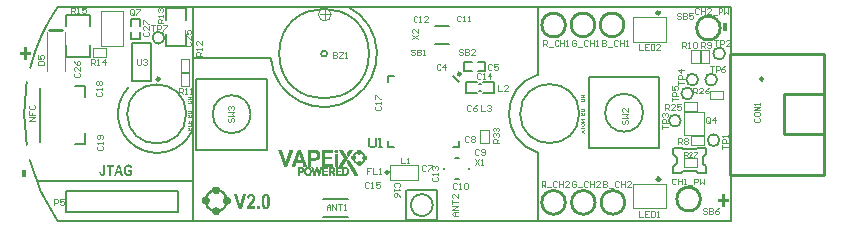
<source format=gto>
G04 Layer_Color=65535*
%FSLAX44Y44*%
%MOMM*%
G71*
G01*
G75*
%ADD11C,0.1524*%
%ADD45C,0.2540*%
%ADD46C,0.1500*%
%ADD49C,0.2000*%
%ADD50C,0.3000*%
%ADD89C,0.2500*%
%ADD90C,0.1000*%
%ADD91C,0.1778*%
%ADD92C,0.0254*%
%ADD93C,0.0138*%
G36*
X487886Y100892D02*
X490998D01*
Y100272D01*
X487886D01*
Y99359D01*
X487254D01*
Y101801D01*
X487886D01*
Y100892D01*
D02*
G37*
G36*
X489281Y105045D02*
X489359Y105040D01*
X489453Y105029D01*
X489552Y105012D01*
X489663Y104996D01*
X489780Y104973D01*
X489896Y104946D01*
X490018Y104907D01*
X490139Y104863D01*
X490261Y104813D01*
X490378Y104752D01*
X490488Y104685D01*
X490593Y104608D01*
X490599Y104602D01*
X490616Y104591D01*
X490638Y104569D01*
X490666Y104536D01*
X490699Y104497D01*
X490743Y104453D01*
X490782Y104398D01*
X490826Y104331D01*
X490870Y104259D01*
X490909Y104182D01*
X490948Y104099D01*
X490987Y104004D01*
X491014Y103905D01*
X491036Y103794D01*
X491053Y103683D01*
X491059Y103561D01*
Y103556D01*
Y103534D01*
X491053Y103495D01*
Y103451D01*
X491042Y103395D01*
X491036Y103329D01*
X491020Y103257D01*
X491003Y103179D01*
X490975Y103096D01*
X490948Y103013D01*
X490909Y102925D01*
X490865Y102836D01*
X490809Y102753D01*
X490748Y102664D01*
X490682Y102587D01*
X490599Y102509D01*
X490593Y102504D01*
X490577Y102493D01*
X490544Y102471D01*
X490505Y102443D01*
X490449Y102410D01*
X490383Y102371D01*
X490305Y102332D01*
X490223Y102293D01*
X490123Y102249D01*
X490012Y102210D01*
X489896Y102172D01*
X489768Y102138D01*
X489630Y102111D01*
X489481Y102088D01*
X489320Y102078D01*
X489154Y102072D01*
X489087D01*
X489043Y102078D01*
X488988D01*
X488921Y102083D01*
X488844Y102088D01*
X488766Y102094D01*
X488589Y102122D01*
X488406Y102155D01*
X488224Y102199D01*
X488135Y102233D01*
X488052Y102266D01*
X488046D01*
X488035Y102277D01*
X488013Y102288D01*
X487980Y102304D01*
X487947Y102321D01*
X487902Y102343D01*
X487808Y102404D01*
X487703Y102482D01*
X487598Y102565D01*
X487498Y102670D01*
X487410Y102781D01*
Y102786D01*
X487398Y102797D01*
X487387Y102814D01*
X487376Y102836D01*
X487360Y102869D01*
X487343Y102908D01*
X487321Y102952D01*
X487299Y102997D01*
X487260Y103113D01*
X487227Y103246D01*
X487205Y103395D01*
X487194Y103561D01*
Y103567D01*
Y103589D01*
X487199Y103628D01*
Y103672D01*
X487210Y103728D01*
X487221Y103794D01*
X487238Y103866D01*
X487254Y103944D01*
X487282Y104027D01*
X487315Y104115D01*
X487360Y104204D01*
X487404Y104292D01*
X487465Y104381D01*
X487531Y104469D01*
X487609Y104553D01*
X487697Y104636D01*
X487703Y104641D01*
X487720Y104652D01*
X487747Y104674D01*
X487792Y104702D01*
X487841Y104730D01*
X487908Y104768D01*
X487980Y104807D01*
X488063Y104846D01*
X488163Y104885D01*
X488268Y104918D01*
X488384Y104957D01*
X488512Y104985D01*
X488650Y105012D01*
X488799Y105034D01*
X488960Y105045D01*
X489126Y105051D01*
X489215D01*
X489281Y105045D01*
D02*
G37*
G36*
X489475Y96302D02*
X489552D01*
X489641Y96297D01*
X489818Y96286D01*
X489995Y96274D01*
X490084Y96263D01*
X490167Y96252D01*
X490245Y96241D01*
X490311Y96225D01*
X490317D01*
X490328Y96219D01*
X490344Y96214D01*
X490367Y96208D01*
X490427Y96186D01*
X490505Y96147D01*
X490588Y96097D01*
X490682Y96036D01*
X490771Y95959D01*
X490854Y95859D01*
Y95854D01*
X490865Y95848D01*
X490870Y95831D01*
X490887Y95809D01*
X490904Y95782D01*
X490920Y95748D01*
X490937Y95704D01*
X490953Y95660D01*
X490992Y95555D01*
X491025Y95427D01*
X491048Y95283D01*
X491059Y95117D01*
Y95112D01*
Y95095D01*
Y95073D01*
X491053Y95040D01*
Y94995D01*
X491048Y94951D01*
X491036Y94840D01*
X491014Y94724D01*
X490987Y94597D01*
X490942Y94475D01*
X490887Y94364D01*
Y94359D01*
X490881Y94353D01*
X490854Y94320D01*
X490815Y94270D01*
X490760Y94215D01*
X490693Y94148D01*
X490610Y94082D01*
X490516Y94021D01*
X490405Y93971D01*
X490400D01*
X490389Y93966D01*
X490372Y93960D01*
X490344Y93954D01*
X490305Y93943D01*
X490261Y93932D01*
X490206Y93921D01*
X490145Y93916D01*
X490067Y93905D01*
X489984Y93893D01*
X489890Y93882D01*
X489785Y93871D01*
X489669Y93866D01*
X489541Y93860D01*
X489403Y93855D01*
X487254D01*
Y94475D01*
X489436D01*
X489536Y94480D01*
X489636D01*
X489741Y94486D01*
X489829Y94492D01*
X489863D01*
X489896Y94497D01*
X489907D01*
X489935Y94508D01*
X489979Y94519D01*
X490034Y94536D01*
X490101Y94564D01*
X490162Y94597D01*
X490223Y94635D01*
X490278Y94691D01*
X490283Y94696D01*
X490300Y94719D01*
X490322Y94752D01*
X490344Y94802D01*
X490367Y94857D01*
X490389Y94929D01*
X490405Y95012D01*
X490411Y95101D01*
Y95112D01*
Y95139D01*
X490405Y95178D01*
X490400Y95228D01*
X490389Y95283D01*
X490372Y95339D01*
X490350Y95394D01*
X490317Y95449D01*
X490311Y95455D01*
X490300Y95472D01*
X490278Y95494D01*
X490250Y95521D01*
X490211Y95555D01*
X490167Y95582D01*
X490117Y95610D01*
X490056Y95632D01*
X490045D01*
X490023Y95643D01*
X490001D01*
X489973Y95649D01*
X489940Y95654D01*
X489901Y95660D01*
X489857Y95665D01*
X489802Y95671D01*
X489741Y95676D01*
X489674D01*
X489602Y95682D01*
X489519Y95688D01*
X487254D01*
Y96308D01*
X489403D01*
X489475Y96302D01*
D02*
G37*
G36*
X487886Y98273D02*
X490998D01*
Y97653D01*
X487886D01*
Y96740D01*
X487254D01*
Y99181D01*
X487886D01*
Y98273D01*
D02*
G37*
G36*
X490998Y107360D02*
X488561Y106125D01*
X490998D01*
Y105549D01*
X487254D01*
Y106147D01*
X489757Y107410D01*
X487254D01*
Y107986D01*
X490998D01*
Y107360D01*
D02*
G37*
G36*
X158258Y83848D02*
X154515D01*
Y86129D01*
X155146D01*
Y84468D01*
X155976D01*
Y86013D01*
X156608D01*
Y84468D01*
X157626D01*
Y86184D01*
X158258D01*
Y83848D01*
D02*
G37*
G36*
X158911Y86362D02*
X158651D01*
Y88814D01*
X158911D01*
Y86362D01*
D02*
G37*
G36*
X157239Y80697D02*
X157278D01*
X157316Y80691D01*
X157410Y80680D01*
X157521Y80653D01*
X157638Y80619D01*
X157754Y80570D01*
X157865Y80503D01*
X157870D01*
X157876Y80492D01*
X157909Y80470D01*
X157959Y80426D01*
X158014Y80370D01*
X158075Y80304D01*
X158130Y80221D01*
X158180Y80132D01*
X158213Y80038D01*
Y80027D01*
X158219Y80016D01*
Y79999D01*
X158224Y79971D01*
Y79944D01*
X158230Y79905D01*
X158236Y79861D01*
X158241Y79805D01*
Y79745D01*
X158247Y79672D01*
X158252Y79590D01*
Y79501D01*
X158258Y79401D01*
Y79290D01*
Y79169D01*
Y78128D01*
X154515D01*
Y79357D01*
Y79363D01*
Y79379D01*
Y79407D01*
Y79440D01*
Y79479D01*
X154520Y79529D01*
X154526Y79634D01*
X154537Y79750D01*
X154553Y79866D01*
X154576Y79977D01*
X154592Y80021D01*
X154609Y80066D01*
X154614Y80077D01*
X154625Y80099D01*
X154653Y80138D01*
X154686Y80188D01*
X154731Y80237D01*
X154786Y80298D01*
X154852Y80354D01*
X154935Y80409D01*
X154946Y80414D01*
X154974Y80431D01*
X155024Y80453D01*
X155085Y80481D01*
X155162Y80509D01*
X155251Y80531D01*
X155351Y80547D01*
X155456Y80553D01*
X155500D01*
X155555Y80547D01*
X155617Y80536D01*
X155694Y80525D01*
X155777Y80503D01*
X155866Y80470D01*
X155949Y80431D01*
X155960Y80426D01*
X155982Y80409D01*
X156021Y80381D01*
X156070Y80348D01*
X156120Y80298D01*
X156176Y80248D01*
X156226Y80188D01*
X156270Y80115D01*
Y80121D01*
X156275Y80127D01*
X156286Y80160D01*
X156314Y80210D01*
X156347Y80276D01*
X156392Y80343D01*
X156447Y80414D01*
X156519Y80486D01*
X156602Y80547D01*
X156613Y80553D01*
X156641Y80570D01*
X156691Y80597D01*
X156763Y80625D01*
X156846Y80653D01*
X156940Y80680D01*
X157051Y80697D01*
X157172Y80702D01*
X157211D01*
X157239Y80697D01*
D02*
G37*
G36*
X158258Y81240D02*
X154542D01*
Y81860D01*
X157626D01*
Y83399D01*
X158258D01*
Y81240D01*
D02*
G37*
G36*
X489979Y93334D02*
X490018D01*
X490056Y93329D01*
X490150Y93318D01*
X490261Y93290D01*
X490378Y93257D01*
X490494Y93207D01*
X490605Y93140D01*
X490610D01*
X490616Y93129D01*
X490649Y93107D01*
X490699Y93063D01*
X490754Y93007D01*
X490815Y92941D01*
X490870Y92858D01*
X490920Y92769D01*
X490953Y92675D01*
Y92664D01*
X490959Y92653D01*
Y92636D01*
X490965Y92609D01*
Y92581D01*
X490970Y92542D01*
X490975Y92498D01*
X490981Y92443D01*
Y92382D01*
X490987Y92310D01*
X490992Y92227D01*
Y92138D01*
X490998Y92038D01*
Y91928D01*
Y91806D01*
Y90765D01*
X487254D01*
Y91994D01*
Y92000D01*
Y92016D01*
Y92044D01*
Y92077D01*
Y92116D01*
X487260Y92166D01*
X487266Y92271D01*
X487277Y92387D01*
X487293Y92504D01*
X487315Y92614D01*
X487332Y92659D01*
X487349Y92703D01*
X487354Y92714D01*
X487365Y92736D01*
X487393Y92775D01*
X487426Y92825D01*
X487471Y92875D01*
X487526Y92936D01*
X487592Y92991D01*
X487675Y93046D01*
X487687Y93052D01*
X487714Y93068D01*
X487764Y93091D01*
X487825Y93118D01*
X487902Y93146D01*
X487991Y93168D01*
X488091Y93185D01*
X488196Y93190D01*
X488240D01*
X488296Y93185D01*
X488357Y93174D01*
X488434Y93163D01*
X488517Y93140D01*
X488606Y93107D01*
X488689Y93068D01*
X488700Y93063D01*
X488722Y93046D01*
X488761Y93019D01*
X488811Y92985D01*
X488860Y92936D01*
X488916Y92886D01*
X488965Y92825D01*
X489010Y92753D01*
Y92758D01*
X489015Y92764D01*
X489026Y92797D01*
X489054Y92847D01*
X489087Y92913D01*
X489132Y92980D01*
X489187Y93052D01*
X489259Y93124D01*
X489342Y93185D01*
X489353Y93190D01*
X489381Y93207D01*
X489431Y93235D01*
X489503Y93262D01*
X489586Y93290D01*
X489680Y93318D01*
X489791Y93334D01*
X489912Y93340D01*
X489951D01*
X489979Y93334D01*
D02*
G37*
G36*
X609104Y20547D02*
X612482D01*
Y17747D01*
X609104D01*
Y13674D01*
X606859D01*
Y17747D01*
X603504D01*
Y20547D01*
X606859D01*
Y24620D01*
X609104D01*
Y20547D01*
D02*
G37*
G36*
X18300Y144499D02*
X21678D01*
Y141699D01*
X18300D01*
Y137626D01*
X16055D01*
Y141699D01*
X12700D01*
Y144499D01*
X16055D01*
Y148572D01*
X18300D01*
Y144499D01*
D02*
G37*
G36*
X610907Y162814D02*
X607830D01*
Y168853D01*
X610907D01*
Y162814D01*
D02*
G37*
G36*
X17563Y38862D02*
X14486D01*
Y44901D01*
X17563D01*
Y38862D01*
D02*
G37*
G36*
X490998Y77852D02*
X490150Y77586D01*
Y76346D01*
X490998Y76097D01*
Y75438D01*
X487254Y76628D01*
Y77287D01*
X490998Y78522D01*
Y77852D01*
D02*
G37*
G36*
Y87193D02*
X488046D01*
X490998Y86573D01*
Y85981D01*
X488046Y85372D01*
X490998D01*
Y84796D01*
X487254D01*
Y85721D01*
X489818Y86280D01*
X487254Y86834D01*
Y87769D01*
X490998D01*
Y87193D01*
D02*
G37*
G36*
X491651Y88035D02*
X491391D01*
Y90488D01*
X491651D01*
Y88035D01*
D02*
G37*
G36*
X487886Y80161D02*
X490998D01*
Y79541D01*
X487886D01*
Y78627D01*
X487254D01*
Y81069D01*
X487886D01*
Y80161D01*
D02*
G37*
G36*
X489281Y84314D02*
X489359Y84309D01*
X489453Y84298D01*
X489552Y84281D01*
X489663Y84264D01*
X489780Y84242D01*
X489896Y84214D01*
X490018Y84176D01*
X490139Y84131D01*
X490261Y84082D01*
X490378Y84021D01*
X490488Y83954D01*
X490593Y83877D01*
X490599Y83871D01*
X490616Y83860D01*
X490638Y83838D01*
X490666Y83805D01*
X490699Y83766D01*
X490743Y83722D01*
X490782Y83666D01*
X490826Y83600D01*
X490870Y83528D01*
X490909Y83450D01*
X490948Y83367D01*
X490987Y83273D01*
X491014Y83174D01*
X491036Y83063D01*
X491053Y82952D01*
X491059Y82830D01*
Y82825D01*
Y82802D01*
X491053Y82764D01*
Y82719D01*
X491042Y82664D01*
X491036Y82598D01*
X491020Y82526D01*
X491003Y82448D01*
X490975Y82365D01*
X490948Y82282D01*
X490909Y82193D01*
X490865Y82105D01*
X490809Y82022D01*
X490748Y81933D01*
X490682Y81856D01*
X490599Y81778D01*
X490593Y81773D01*
X490577Y81762D01*
X490544Y81739D01*
X490505Y81712D01*
X490449Y81678D01*
X490383Y81640D01*
X490305Y81601D01*
X490223Y81562D01*
X490123Y81518D01*
X490012Y81479D01*
X489896Y81440D01*
X489768Y81407D01*
X489630Y81379D01*
X489481Y81357D01*
X489320Y81346D01*
X489154Y81341D01*
X489087D01*
X489043Y81346D01*
X488988D01*
X488921Y81352D01*
X488844Y81357D01*
X488766Y81363D01*
X488589Y81390D01*
X488406Y81424D01*
X488224Y81468D01*
X488135Y81501D01*
X488052Y81535D01*
X488046D01*
X488035Y81545D01*
X488013Y81557D01*
X487980Y81573D01*
X487947Y81590D01*
X487902Y81612D01*
X487808Y81673D01*
X487703Y81750D01*
X487598Y81833D01*
X487498Y81939D01*
X487410Y82049D01*
Y82055D01*
X487398Y82066D01*
X487387Y82083D01*
X487376Y82105D01*
X487360Y82138D01*
X487343Y82177D01*
X487321Y82221D01*
X487299Y82265D01*
X487260Y82382D01*
X487227Y82514D01*
X487205Y82664D01*
X487194Y82830D01*
Y82836D01*
Y82858D01*
X487199Y82897D01*
Y82941D01*
X487210Y82996D01*
X487221Y83063D01*
X487238Y83135D01*
X487254Y83212D01*
X487282Y83295D01*
X487315Y83384D01*
X487360Y83472D01*
X487404Y83561D01*
X487465Y83650D01*
X487531Y83738D01*
X487609Y83821D01*
X487697Y83904D01*
X487703Y83910D01*
X487720Y83921D01*
X487747Y83943D01*
X487792Y83971D01*
X487841Y83998D01*
X487908Y84037D01*
X487980Y84076D01*
X488063Y84115D01*
X488163Y84154D01*
X488268Y84187D01*
X488384Y84226D01*
X488512Y84253D01*
X488650Y84281D01*
X488799Y84303D01*
X488960Y84314D01*
X489126Y84320D01*
X489215D01*
X489281Y84314D01*
D02*
G37*
G36*
X99951Y39856D02*
X98273D01*
X97608Y41978D01*
X94501D01*
X93877Y39856D01*
X92227D01*
X95208Y49231D01*
X96859D01*
X99951Y39856D01*
D02*
G37*
G36*
X84793Y43295D02*
Y43281D01*
Y43226D01*
Y43156D01*
Y43059D01*
X84779Y42935D01*
Y42796D01*
X84766Y42643D01*
X84752Y42491D01*
X84724Y42130D01*
X84669Y41783D01*
X84599Y41437D01*
X84558Y41284D01*
X84502Y41146D01*
Y41132D01*
X84488Y41118D01*
X84447Y41035D01*
X84377Y40910D01*
X84280Y40757D01*
X84155Y40577D01*
X84017Y40397D01*
X83836Y40230D01*
X83628Y40078D01*
X83601Y40064D01*
X83531Y40022D01*
X83406Y39953D01*
X83240Y39897D01*
X83032Y39828D01*
X82796Y39759D01*
X82533Y39717D01*
X82228Y39703D01*
X82117D01*
X82047Y39717D01*
X81950Y39731D01*
X81839Y39745D01*
X81590Y39800D01*
X81312Y39884D01*
X81035Y40022D01*
X80882Y40119D01*
X80744Y40216D01*
X80619Y40327D01*
X80494Y40466D01*
Y40480D01*
X80466Y40508D01*
X80439Y40549D01*
X80397Y40605D01*
X80355Y40688D01*
X80300Y40785D01*
X80244Y40910D01*
X80189Y41035D01*
X80120Y41187D01*
X80064Y41368D01*
X80009Y41548D01*
X79967Y41756D01*
X79925Y41978D01*
X79898Y42227D01*
X79884Y42491D01*
X79870Y42768D01*
X81340Y42976D01*
Y42962D01*
Y42935D01*
Y42893D01*
Y42838D01*
X81354Y42699D01*
X81368Y42519D01*
X81396Y42324D01*
X81437Y42130D01*
X81479Y41950D01*
X81548Y41797D01*
X81562Y41783D01*
X81590Y41728D01*
X81659Y41645D01*
X81728Y41562D01*
X81839Y41478D01*
X81964Y41395D01*
X82117Y41340D01*
X82283Y41326D01*
X82366D01*
X82450Y41340D01*
X82561Y41368D01*
X82671Y41409D01*
X82796Y41465D01*
X82907Y41548D01*
X83004Y41659D01*
X83018Y41673D01*
X83046Y41728D01*
X83074Y41825D01*
X83129Y41978D01*
X83143Y42075D01*
X83171Y42186D01*
X83184Y42311D01*
X83198Y42449D01*
X83212Y42602D01*
X83226Y42768D01*
X83240Y42962D01*
Y43170D01*
Y49231D01*
X84793D01*
Y43295D01*
D02*
G37*
G36*
X158258Y105686D02*
X155821Y104452D01*
X158258D01*
Y103876D01*
X154515D01*
Y104474D01*
X157017Y105736D01*
X154515D01*
Y106312D01*
X158258D01*
Y105686D01*
D02*
G37*
G36*
X92019Y47650D02*
X89744D01*
Y39856D01*
X88191D01*
Y47650D01*
X85903D01*
Y49231D01*
X92019D01*
Y47650D01*
D02*
G37*
G36*
X104542Y49370D02*
X104653Y49356D01*
X104791Y49342D01*
X104944Y49328D01*
X105097Y49300D01*
X105457Y49217D01*
X105818Y49092D01*
X105998Y49009D01*
X106178Y48912D01*
X106359Y48801D01*
X106511Y48676D01*
X106525Y48662D01*
X106553Y48648D01*
X106594Y48607D01*
X106650Y48551D01*
X106705Y48468D01*
X106789Y48385D01*
X106872Y48274D01*
X106955Y48149D01*
X107052Y48010D01*
X107135Y47858D01*
X107232Y47691D01*
X107316Y47511D01*
X107399Y47303D01*
X107482Y47095D01*
X107537Y46859D01*
X107593Y46610D01*
X106053Y46263D01*
Y46277D01*
X106040Y46291D01*
X106012Y46388D01*
X105970Y46513D01*
X105901Y46679D01*
X105818Y46845D01*
X105707Y47040D01*
X105568Y47220D01*
X105416Y47372D01*
X105402Y47386D01*
X105332Y47428D01*
X105235Y47497D01*
X105111Y47567D01*
X104944Y47636D01*
X104764Y47705D01*
X104556Y47747D01*
X104320Y47761D01*
X104223D01*
X104154Y47747D01*
X104070Y47733D01*
X103973Y47719D01*
X103751Y47664D01*
X103488Y47567D01*
X103224Y47428D01*
X103086Y47345D01*
X102961Y47248D01*
X102836Y47123D01*
X102711Y46984D01*
Y46970D01*
X102683Y46943D01*
X102656Y46901D01*
X102614Y46845D01*
X102573Y46762D01*
X102517Y46665D01*
X102462Y46540D01*
X102406Y46402D01*
X102351Y46249D01*
X102295Y46083D01*
X102240Y45889D01*
X102198Y45681D01*
X102156Y45445D01*
X102129Y45195D01*
X102115Y44932D01*
X102101Y44640D01*
Y44627D01*
Y44571D01*
Y44474D01*
X102115Y44363D01*
Y44224D01*
X102143Y44058D01*
X102156Y43878D01*
X102184Y43697D01*
X102268Y43281D01*
X102378Y42851D01*
X102545Y42435D01*
X102642Y42255D01*
X102753Y42075D01*
X102767Y42061D01*
X102781Y42047D01*
X102864Y41964D01*
X102989Y41839D01*
X103155Y41700D01*
X103377Y41562D01*
X103654Y41437D01*
X103959Y41354D01*
X104126Y41340D01*
X104306Y41326D01*
X104389D01*
X104473Y41340D01*
X104584Y41354D01*
X104722Y41381D01*
X104889Y41409D01*
X105055Y41465D01*
X105235Y41534D01*
X105263Y41548D01*
X105318Y41575D01*
X105416Y41617D01*
X105540Y41687D01*
X105665Y41770D01*
X105818Y41867D01*
X105970Y41978D01*
X106123Y42116D01*
Y43295D01*
X104348D01*
Y44876D01*
X107690D01*
Y41146D01*
X107662Y41118D01*
X107593Y41048D01*
X107482Y40938D01*
X107316Y40799D01*
X107107Y40633D01*
X106872Y40466D01*
X106580Y40286D01*
X106248Y40119D01*
X106234D01*
X106206Y40106D01*
X106151Y40078D01*
X106095Y40050D01*
X105998Y40022D01*
X105901Y39994D01*
X105665Y39911D01*
X105388Y39842D01*
X105069Y39773D01*
X104736Y39717D01*
X104389Y39703D01*
X104278D01*
X104195Y39717D01*
X104098D01*
X103987Y39731D01*
X103848Y39745D01*
X103710Y39773D01*
X103405Y39842D01*
X103058Y39939D01*
X102711Y40078D01*
X102378Y40258D01*
X102365Y40272D01*
X102337Y40286D01*
X102295Y40314D01*
X102240Y40369D01*
X102073Y40494D01*
X101879Y40674D01*
X101657Y40910D01*
X101421Y41201D01*
X101200Y41534D01*
X100992Y41922D01*
Y41936D01*
X100964Y41978D01*
X100950Y42033D01*
X100908Y42116D01*
X100881Y42227D01*
X100839Y42352D01*
X100784Y42505D01*
X100742Y42671D01*
X100700Y42851D01*
X100645Y43059D01*
X100603Y43267D01*
X100576Y43503D01*
X100520Y44002D01*
X100492Y44543D01*
Y44557D01*
Y44613D01*
Y44696D01*
X100506Y44807D01*
Y44932D01*
X100520Y45098D01*
X100534Y45265D01*
X100562Y45459D01*
X100617Y45875D01*
X100714Y46318D01*
X100839Y46762D01*
X101005Y47192D01*
Y47206D01*
X101033Y47248D01*
X101061Y47303D01*
X101103Y47372D01*
X101144Y47470D01*
X101214Y47567D01*
X101366Y47802D01*
X101560Y48080D01*
X101782Y48343D01*
X102046Y48607D01*
X102337Y48829D01*
X102351D01*
X102378Y48856D01*
X102420Y48884D01*
X102489Y48912D01*
X102559Y48953D01*
X102656Y49009D01*
X102767Y49051D01*
X102892Y49106D01*
X103183Y49203D01*
X103516Y49300D01*
X103890Y49356D01*
X104306Y49383D01*
X104445D01*
X104542Y49370D01*
D02*
G37*
G36*
X215523Y11521D02*
X213464D01*
Y14047D01*
X215523D01*
Y11521D01*
D02*
G37*
G36*
X200173D02*
X197803D01*
X193975Y24656D01*
X196326D01*
X199046Y14921D01*
X201669Y24656D01*
X204001D01*
X200173Y11521D01*
D02*
G37*
G36*
X220945Y24675D02*
X221081Y24656D01*
X221236Y24617D01*
X221605Y24500D01*
X221800Y24423D01*
X222013Y24326D01*
X222208Y24209D01*
X222422Y24073D01*
X222635Y23898D01*
X222849Y23684D01*
X223043Y23471D01*
X223238Y23199D01*
X223257Y23179D01*
X223277Y23121D01*
X223335Y23043D01*
X223393Y22907D01*
X223471Y22732D01*
X223549Y22538D01*
X223626Y22285D01*
X223723Y21994D01*
X223821Y21644D01*
X223898Y21275D01*
X223976Y20847D01*
X224054Y20362D01*
X224112Y19856D01*
X224170Y19274D01*
X224190Y18671D01*
X224209Y17991D01*
Y17972D01*
Y17952D01*
Y17894D01*
Y17836D01*
Y17641D01*
X224190Y17389D01*
Y17078D01*
X224151Y16747D01*
X224132Y16359D01*
X224093Y15951D01*
X223976Y15096D01*
X223801Y14221D01*
X223685Y13813D01*
X223568Y13444D01*
X223412Y13094D01*
X223238Y12783D01*
X223218Y12764D01*
X223199Y12725D01*
X223141Y12648D01*
X223063Y12550D01*
X222966Y12434D01*
X222849Y12317D01*
X222558Y12045D01*
X222188Y11773D01*
X221761Y11540D01*
X221528Y11443D01*
X221275Y11365D01*
X221003Y11326D01*
X220712Y11307D01*
X220634D01*
X220556Y11326D01*
X220459D01*
X220323Y11346D01*
X220168Y11385D01*
X219798Y11482D01*
X219604Y11559D01*
X219390Y11657D01*
X219196Y11773D01*
X218982Y11929D01*
X218769Y12084D01*
X218555Y12278D01*
X218361Y12512D01*
X218166Y12764D01*
X218147Y12783D01*
X218127Y12842D01*
X218088Y12920D01*
X218011Y13056D01*
X217952Y13231D01*
X217875Y13425D01*
X217778Y13677D01*
X217700Y13969D01*
X217603Y14319D01*
X217525Y14688D01*
X217428Y15115D01*
X217369Y15601D01*
X217311Y16126D01*
X217253Y16709D01*
X217234Y17330D01*
X217214Y18010D01*
Y18030D01*
Y18049D01*
Y18108D01*
Y18166D01*
Y18360D01*
X217234Y18613D01*
X217253Y18904D01*
X217272Y19254D01*
X217292Y19643D01*
X217331Y20051D01*
X217447Y20906D01*
X217622Y21761D01*
X217719Y22169D01*
X217855Y22538D01*
X217991Y22888D01*
X218166Y23199D01*
X218186Y23218D01*
X218205Y23257D01*
X218263Y23335D01*
X218341Y23432D01*
X218438Y23548D01*
X218555Y23665D01*
X218846Y23956D01*
X219215Y24228D01*
X219643Y24462D01*
X219876Y24559D01*
X220129Y24636D01*
X220401Y24675D01*
X220692Y24695D01*
X220848D01*
X220945Y24675D01*
D02*
G37*
G36*
X208470D02*
X208626Y24656D01*
X208781Y24636D01*
X209170Y24559D01*
X209578Y24423D01*
X209791Y24345D01*
X210005Y24228D01*
X210219Y24092D01*
X210413Y23956D01*
X210588Y23781D01*
X210763Y23587D01*
X210782Y23568D01*
X210802Y23529D01*
X210841Y23471D01*
X210899Y23393D01*
X210957Y23296D01*
X211035Y23160D01*
X211210Y22849D01*
X211365Y22480D01*
X211501Y22052D01*
X211598Y21586D01*
X211637Y21333D01*
Y21061D01*
Y21022D01*
Y20925D01*
X211618Y20770D01*
Y20556D01*
X211579Y20323D01*
X211540Y20051D01*
X211482Y19779D01*
X211404Y19487D01*
Y19448D01*
X211365Y19351D01*
X211307Y19215D01*
X211249Y19021D01*
X211152Y18788D01*
X211035Y18535D01*
X210879Y18263D01*
X210724Y17972D01*
X210705Y17933D01*
X210646Y17836D01*
X210530Y17661D01*
X210374Y17447D01*
X210161Y17155D01*
X209889Y16825D01*
X209578Y16437D01*
X209209Y16009D01*
X209189Y15990D01*
X209170Y15970D01*
X209111Y15912D01*
X209053Y15834D01*
X208878Y15640D01*
X208684Y15407D01*
X208470Y15154D01*
X208256Y14921D01*
X208081Y14707D01*
X207945Y14532D01*
X207926Y14513D01*
X207907Y14474D01*
X207848Y14396D01*
X207790Y14319D01*
X207654Y14105D01*
X207518Y13852D01*
X211637D01*
Y11521D01*
X204390D01*
Y11540D01*
Y11579D01*
X204409Y11657D01*
Y11754D01*
X204428Y11870D01*
X204467Y12006D01*
X204526Y12337D01*
X204603Y12706D01*
X204739Y13133D01*
X204895Y13580D01*
X205089Y14027D01*
Y14047D01*
X205128Y14085D01*
X205147Y14144D01*
X205206Y14241D01*
X205283Y14358D01*
X205361Y14513D01*
X205478Y14668D01*
X205614Y14863D01*
X205750Y15076D01*
X205925Y15310D01*
X206099Y15562D01*
X206313Y15854D01*
X206546Y16145D01*
X206819Y16456D01*
X207090Y16806D01*
X207401Y17155D01*
X207421Y17175D01*
X207460Y17233D01*
X207537Y17311D01*
X207615Y17408D01*
X207732Y17525D01*
X207848Y17680D01*
X208120Y18010D01*
X208412Y18360D01*
X208684Y18691D01*
X208917Y19001D01*
X209014Y19138D01*
X209092Y19254D01*
X209111Y19293D01*
X209170Y19390D01*
X209247Y19546D01*
X209325Y19759D01*
X209403Y19992D01*
X209480Y20264D01*
X209539Y20556D01*
X209558Y20847D01*
Y20867D01*
Y20886D01*
Y20983D01*
X209539Y21139D01*
X209519Y21333D01*
X209461Y21547D01*
X209403Y21761D01*
X209306Y21974D01*
X209170Y22149D01*
X209150Y22169D01*
X209092Y22227D01*
X209014Y22285D01*
X208898Y22383D01*
X208762Y22460D01*
X208587Y22518D01*
X208373Y22577D01*
X208159Y22596D01*
X208101D01*
X208023Y22577D01*
X207945Y22557D01*
X207712Y22480D01*
X207596Y22421D01*
X207460Y22344D01*
X207324Y22227D01*
X207188Y22091D01*
X207071Y21936D01*
X206954Y21722D01*
X206857Y21489D01*
X206780Y21217D01*
X206721Y20906D01*
X206682Y20536D01*
X204623Y20808D01*
Y20828D01*
X204642Y20906D01*
Y21003D01*
X204662Y21139D01*
X204701Y21294D01*
X204720Y21489D01*
X204778Y21702D01*
X204837Y21936D01*
X204972Y22402D01*
X205167Y22888D01*
X205419Y23354D01*
X205555Y23548D01*
X205730Y23743D01*
X205750Y23762D01*
X205769Y23781D01*
X205828Y23840D01*
X205905Y23898D01*
X206002Y23956D01*
X206099Y24053D01*
X206391Y24228D01*
X206741Y24403D01*
X207168Y24539D01*
X207654Y24656D01*
X207926Y24675D01*
X208198Y24695D01*
X208354D01*
X208470Y24675D01*
D02*
G37*
G36*
X156541Y103372D02*
X156619Y103366D01*
X156713Y103355D01*
X156812Y103338D01*
X156923Y103322D01*
X157039Y103300D01*
X157156Y103272D01*
X157278Y103233D01*
X157399Y103189D01*
X157521Y103139D01*
X157638Y103078D01*
X157748Y103012D01*
X157853Y102934D01*
X157859Y102929D01*
X157876Y102918D01*
X157898Y102896D01*
X157926Y102862D01*
X157959Y102824D01*
X158003Y102779D01*
X158042Y102724D01*
X158086Y102657D01*
X158130Y102585D01*
X158169Y102508D01*
X158208Y102425D01*
X158247Y102331D01*
X158274Y102231D01*
X158296Y102120D01*
X158313Y102010D01*
X158319Y101888D01*
Y101882D01*
Y101860D01*
X158313Y101821D01*
Y101777D01*
X158302Y101722D01*
X158296Y101655D01*
X158280Y101583D01*
X158263Y101506D01*
X158236Y101423D01*
X158208Y101340D01*
X158169Y101251D01*
X158125Y101162D01*
X158069Y101079D01*
X158008Y100991D01*
X157942Y100913D01*
X157859Y100836D01*
X157853Y100830D01*
X157837Y100819D01*
X157804Y100797D01*
X157765Y100769D01*
X157710Y100736D01*
X157643Y100697D01*
X157565Y100659D01*
X157483Y100620D01*
X157383Y100576D01*
X157272Y100537D01*
X157156Y100498D01*
X157028Y100465D01*
X156890Y100437D01*
X156741Y100415D01*
X156580Y100404D01*
X156414Y100398D01*
X156347D01*
X156303Y100404D01*
X156248D01*
X156181Y100409D01*
X156104Y100415D01*
X156026Y100420D01*
X155849Y100448D01*
X155666Y100481D01*
X155484Y100526D01*
X155395Y100559D01*
X155312Y100592D01*
X155306D01*
X155295Y100603D01*
X155273Y100614D01*
X155240Y100631D01*
X155207Y100647D01*
X155162Y100670D01*
X155068Y100730D01*
X154963Y100808D01*
X154858Y100891D01*
X154758Y100996D01*
X154670Y101107D01*
Y101113D01*
X154658Y101124D01*
X154647Y101140D01*
X154636Y101162D01*
X154620Y101196D01*
X154603Y101234D01*
X154581Y101279D01*
X154559Y101323D01*
X154520Y101439D01*
X154487Y101572D01*
X154465Y101722D01*
X154454Y101888D01*
Y101893D01*
Y101916D01*
X154459Y101954D01*
Y101999D01*
X154470Y102054D01*
X154481Y102120D01*
X154498Y102192D01*
X154515Y102270D01*
X154542Y102353D01*
X154576Y102442D01*
X154620Y102530D01*
X154664Y102619D01*
X154725Y102707D01*
X154791Y102796D01*
X154869Y102879D01*
X154958Y102962D01*
X154963Y102968D01*
X154980Y102979D01*
X155007Y103001D01*
X155052Y103028D01*
X155101Y103056D01*
X155168Y103095D01*
X155240Y103134D01*
X155323Y103172D01*
X155423Y103211D01*
X155528Y103244D01*
X155644Y103283D01*
X155772Y103311D01*
X155910Y103338D01*
X156059Y103361D01*
X156220Y103372D01*
X156386Y103377D01*
X156475D01*
X156541Y103372D01*
D02*
G37*
G36*
X157239Y91661D02*
X157278D01*
X157316Y91655D01*
X157410Y91644D01*
X157521Y91616D01*
X157638Y91583D01*
X157754Y91533D01*
X157865Y91467D01*
X157870D01*
X157876Y91456D01*
X157909Y91433D01*
X157959Y91389D01*
X158014Y91334D01*
X158075Y91267D01*
X158130Y91184D01*
X158180Y91096D01*
X158213Y91002D01*
Y90991D01*
X158219Y90979D01*
Y90963D01*
X158224Y90935D01*
Y90907D01*
X158230Y90869D01*
X158236Y90824D01*
X158241Y90769D01*
Y90708D01*
X158247Y90636D01*
X158252Y90553D01*
Y90464D01*
X158258Y90365D01*
Y90254D01*
Y90132D01*
Y89091D01*
X154515D01*
Y90321D01*
Y90326D01*
Y90343D01*
Y90370D01*
Y90404D01*
Y90442D01*
X154520Y90492D01*
X154526Y90597D01*
X154537Y90714D01*
X154553Y90830D01*
X154576Y90941D01*
X154592Y90985D01*
X154609Y91029D01*
X154614Y91040D01*
X154625Y91063D01*
X154653Y91101D01*
X154686Y91151D01*
X154731Y91201D01*
X154786Y91262D01*
X154852Y91317D01*
X154935Y91373D01*
X154946Y91378D01*
X154974Y91395D01*
X155024Y91417D01*
X155085Y91445D01*
X155162Y91472D01*
X155251Y91495D01*
X155351Y91511D01*
X155456Y91517D01*
X155500D01*
X155555Y91511D01*
X155617Y91500D01*
X155694Y91489D01*
X155777Y91467D01*
X155866Y91433D01*
X155949Y91395D01*
X155960Y91389D01*
X155982Y91373D01*
X156021Y91345D01*
X156070Y91312D01*
X156120Y91262D01*
X156176Y91212D01*
X156226Y91151D01*
X156270Y91079D01*
Y91085D01*
X156275Y91090D01*
X156286Y91124D01*
X156314Y91173D01*
X156347Y91240D01*
X156392Y91306D01*
X156447Y91378D01*
X156519Y91450D01*
X156602Y91511D01*
X156613Y91517D01*
X156641Y91533D01*
X156691Y91561D01*
X156763Y91589D01*
X156846Y91616D01*
X156940Y91644D01*
X157051Y91661D01*
X157172Y91666D01*
X157211D01*
X157239Y91661D01*
D02*
G37*
G36*
X155146Y96600D02*
X158258D01*
Y95980D01*
X155146D01*
Y95066D01*
X154515D01*
Y97508D01*
X155146D01*
Y96600D01*
D02*
G37*
G36*
X156735Y94628D02*
X156812D01*
X156901Y94623D01*
X157078Y94612D01*
X157255Y94601D01*
X157344Y94590D01*
X157427Y94579D01*
X157505Y94568D01*
X157571Y94551D01*
X157577D01*
X157588Y94545D01*
X157604Y94540D01*
X157626Y94534D01*
X157687Y94512D01*
X157765Y94473D01*
X157848Y94424D01*
X157942Y94363D01*
X158031Y94285D01*
X158114Y94185D01*
Y94180D01*
X158125Y94174D01*
X158130Y94158D01*
X158147Y94136D01*
X158164Y94108D01*
X158180Y94075D01*
X158197Y94031D01*
X158213Y93986D01*
X158252Y93881D01*
X158285Y93754D01*
X158308Y93610D01*
X158319Y93444D01*
Y93438D01*
Y93421D01*
Y93399D01*
X158313Y93366D01*
Y93322D01*
X158308Y93277D01*
X158296Y93167D01*
X158274Y93050D01*
X158247Y92923D01*
X158202Y92801D01*
X158147Y92690D01*
Y92685D01*
X158141Y92679D01*
X158114Y92646D01*
X158075Y92596D01*
X158020Y92541D01*
X157953Y92474D01*
X157870Y92408D01*
X157776Y92347D01*
X157665Y92297D01*
X157660D01*
X157649Y92292D01*
X157632Y92286D01*
X157604Y92281D01*
X157565Y92270D01*
X157521Y92259D01*
X157466Y92247D01*
X157405Y92242D01*
X157327Y92231D01*
X157244Y92220D01*
X157150Y92209D01*
X157045Y92198D01*
X156929Y92192D01*
X156801Y92187D01*
X156663Y92181D01*
X154515D01*
Y92801D01*
X156696D01*
X156796Y92807D01*
X156896D01*
X157001Y92812D01*
X157089Y92818D01*
X157123D01*
X157156Y92823D01*
X157167D01*
X157195Y92835D01*
X157239Y92845D01*
X157294Y92862D01*
X157361Y92890D01*
X157422Y92923D01*
X157483Y92962D01*
X157538Y93017D01*
X157543Y93023D01*
X157560Y93045D01*
X157582Y93078D01*
X157604Y93128D01*
X157626Y93183D01*
X157649Y93255D01*
X157665Y93338D01*
X157671Y93427D01*
Y93438D01*
Y93466D01*
X157665Y93504D01*
X157660Y93554D01*
X157649Y93610D01*
X157632Y93665D01*
X157610Y93720D01*
X157577Y93776D01*
X157571Y93781D01*
X157560Y93798D01*
X157538Y93820D01*
X157510Y93848D01*
X157471Y93881D01*
X157427Y93909D01*
X157377Y93936D01*
X157316Y93959D01*
X157305D01*
X157283Y93970D01*
X157261D01*
X157233Y93975D01*
X157200Y93981D01*
X157161Y93986D01*
X157117Y93992D01*
X157062Y93997D01*
X157001Y94003D01*
X156934D01*
X156862Y94008D01*
X156779Y94014D01*
X154515D01*
Y94634D01*
X156663D01*
X156735Y94628D01*
D02*
G37*
G36*
X155146Y99219D02*
X158258D01*
Y98599D01*
X155146D01*
Y97685D01*
X154515D01*
Y100127D01*
X155146D01*
Y99219D01*
D02*
G37*
%LPC*%
G36*
X489237Y104409D02*
X489054D01*
X489010Y104403D01*
X488955D01*
X488894Y104398D01*
X488827Y104387D01*
X488750Y104381D01*
X488595Y104353D01*
X488439Y104309D01*
X488284Y104248D01*
X488218Y104215D01*
X488157Y104171D01*
X488152D01*
X488146Y104159D01*
X488129Y104148D01*
X488107Y104126D01*
X488057Y104076D01*
X487996Y104010D01*
X487941Y103921D01*
X487891Y103816D01*
X487869Y103755D01*
X487853Y103694D01*
X487847Y103628D01*
X487841Y103561D01*
Y103556D01*
Y103545D01*
Y103523D01*
X487847Y103500D01*
X487853Y103467D01*
X487858Y103428D01*
X487880Y103345D01*
X487919Y103246D01*
X487941Y103196D01*
X487974Y103146D01*
X488013Y103091D01*
X488052Y103041D01*
X488102Y102991D01*
X488157Y102947D01*
X488163D01*
X488174Y102936D01*
X488190Y102925D01*
X488218Y102908D01*
X488251Y102891D01*
X488290Y102875D01*
X488340Y102853D01*
X488395Y102830D01*
X488462Y102808D01*
X488534Y102786D01*
X488611Y102770D01*
X488700Y102753D01*
X488794Y102736D01*
X488899Y102725D01*
X489010Y102720D01*
X489126Y102714D01*
X489187D01*
X489231Y102720D01*
X489287D01*
X489348Y102725D01*
X489414Y102736D01*
X489486Y102747D01*
X489641Y102775D01*
X489802Y102819D01*
X489957Y102880D01*
X490023Y102914D01*
X490090Y102958D01*
X490095Y102963D01*
X490101Y102969D01*
X490117Y102986D01*
X490139Y103002D01*
X490189Y103052D01*
X490250Y103124D01*
X490311Y103213D01*
X490361Y103318D01*
X490383Y103373D01*
X490394Y103434D01*
X490405Y103495D01*
X490411Y103561D01*
Y103567D01*
Y103578D01*
Y103595D01*
X490405Y103622D01*
X490400Y103656D01*
X490394Y103689D01*
X490372Y103772D01*
X490333Y103871D01*
X490305Y103921D01*
X490278Y103971D01*
X490239Y104021D01*
X490200Y104071D01*
X490150Y104121D01*
X490095Y104165D01*
X490090Y104171D01*
X490079Y104176D01*
X490062Y104187D01*
X490034Y104204D01*
X490001Y104220D01*
X489957Y104242D01*
X489907Y104265D01*
X489851Y104287D01*
X489785Y104309D01*
X489713Y104331D01*
X489636Y104353D01*
X489547Y104370D01*
X489447Y104387D01*
X489348Y104398D01*
X489237Y104409D01*
D02*
G37*
G36*
X157139Y80060D02*
X157106D01*
X157073Y80055D01*
X157034Y80049D01*
X156984Y80038D01*
X156934Y80027D01*
X156884Y80005D01*
X156840Y79977D01*
X156835Y79971D01*
X156818Y79960D01*
X156801Y79944D01*
X156774Y79922D01*
X156746Y79894D01*
X156718Y79861D01*
X156696Y79816D01*
X156674Y79772D01*
Y79767D01*
X156669Y79745D01*
X156657Y79711D01*
X156646Y79661D01*
X156641Y79590D01*
X156630Y79495D01*
Y79446D01*
X156624Y79385D01*
Y79318D01*
Y79246D01*
Y78748D01*
X157626D01*
Y79318D01*
Y79324D01*
Y79335D01*
Y79351D01*
Y79379D01*
Y79446D01*
X157621Y79517D01*
X157615Y79601D01*
X157610Y79678D01*
X157599Y79750D01*
X157593Y79778D01*
X157588Y79800D01*
Y79805D01*
X157582Y79816D01*
X157571Y79839D01*
X157555Y79866D01*
X157532Y79894D01*
X157505Y79922D01*
X157471Y79955D01*
X157433Y79983D01*
X157427Y79988D01*
X157410Y79994D01*
X157388Y80005D01*
X157350Y80021D01*
X157311Y80038D01*
X157261Y80049D01*
X157200Y80055D01*
X157139Y80060D01*
D02*
G37*
G36*
X155561Y79949D02*
X155533D01*
X155506Y79944D01*
X155467Y79938D01*
X155384Y79916D01*
X155340Y79900D01*
X155301Y79872D01*
X155295Y79866D01*
X155284Y79861D01*
X155268Y79844D01*
X155246Y79822D01*
X155201Y79767D01*
X155179Y79733D01*
X155168Y79695D01*
Y79689D01*
X155162Y79672D01*
X155157Y79639D01*
Y79612D01*
X155151Y79584D01*
Y79551D01*
Y79506D01*
X155146Y79457D01*
Y79401D01*
X155140Y79340D01*
Y79268D01*
Y79191D01*
Y79102D01*
Y78748D01*
X155998D01*
Y79152D01*
Y79158D01*
Y79169D01*
Y79185D01*
Y79213D01*
Y79274D01*
Y79351D01*
X155993Y79429D01*
Y79501D01*
Y79567D01*
X155987Y79590D01*
Y79612D01*
Y79617D01*
X155982Y79639D01*
X155976Y79667D01*
X155965Y79700D01*
X155949Y79739D01*
X155927Y79778D01*
X155893Y79822D01*
X155860Y79855D01*
X155855Y79861D01*
X155838Y79872D01*
X155816Y79883D01*
X155783Y79905D01*
X155738Y79922D01*
X155688Y79933D01*
X155627Y79944D01*
X155561Y79949D01*
D02*
G37*
G36*
X489879Y92697D02*
X489846D01*
X489813Y92692D01*
X489774Y92686D01*
X489724Y92675D01*
X489674Y92664D01*
X489624Y92642D01*
X489580Y92614D01*
X489575Y92609D01*
X489558Y92598D01*
X489541Y92581D01*
X489514Y92559D01*
X489486Y92531D01*
X489458Y92498D01*
X489436Y92454D01*
X489414Y92409D01*
Y92404D01*
X489408Y92382D01*
X489397Y92349D01*
X489386Y92299D01*
X489381Y92227D01*
X489370Y92133D01*
Y92083D01*
X489364Y92022D01*
Y91955D01*
Y91883D01*
Y91385D01*
X490367D01*
Y91955D01*
Y91961D01*
Y91972D01*
Y91989D01*
Y92016D01*
Y92083D01*
X490361Y92155D01*
X490355Y92238D01*
X490350Y92315D01*
X490339Y92387D01*
X490333Y92415D01*
X490328Y92437D01*
Y92443D01*
X490322Y92454D01*
X490311Y92476D01*
X490294Y92504D01*
X490272Y92531D01*
X490245Y92559D01*
X490211Y92592D01*
X490173Y92620D01*
X490167Y92626D01*
X490150Y92631D01*
X490128Y92642D01*
X490090Y92659D01*
X490051Y92675D01*
X490001Y92686D01*
X489940Y92692D01*
X489879Y92697D01*
D02*
G37*
G36*
X488301Y92587D02*
X488273D01*
X488246Y92581D01*
X488207Y92576D01*
X488124Y92554D01*
X488080Y92537D01*
X488041Y92509D01*
X488035Y92504D01*
X488024Y92498D01*
X488008Y92481D01*
X487985Y92459D01*
X487941Y92404D01*
X487919Y92371D01*
X487908Y92332D01*
Y92326D01*
X487902Y92310D01*
X487897Y92277D01*
Y92249D01*
X487891Y92221D01*
Y92188D01*
Y92144D01*
X487886Y92094D01*
Y92038D01*
X487880Y91978D01*
Y91906D01*
Y91828D01*
Y91740D01*
Y91385D01*
X488739D01*
Y91789D01*
Y91795D01*
Y91806D01*
Y91823D01*
Y91850D01*
Y91911D01*
Y91989D01*
X488733Y92066D01*
Y92138D01*
Y92205D01*
X488727Y92227D01*
Y92249D01*
Y92254D01*
X488722Y92277D01*
X488716Y92304D01*
X488705Y92338D01*
X488689Y92376D01*
X488666Y92415D01*
X488633Y92459D01*
X488600Y92493D01*
X488595Y92498D01*
X488578Y92509D01*
X488556Y92520D01*
X488523Y92542D01*
X488478Y92559D01*
X488428Y92570D01*
X488368Y92581D01*
X488301Y92587D01*
D02*
G37*
G36*
X489519Y77382D02*
X488129Y76955D01*
X489519Y76540D01*
Y77382D01*
D02*
G37*
G36*
X489237Y83677D02*
X489054D01*
X489010Y83672D01*
X488955D01*
X488894Y83666D01*
X488827Y83655D01*
X488750Y83650D01*
X488595Y83622D01*
X488439Y83578D01*
X488284Y83517D01*
X488218Y83484D01*
X488157Y83439D01*
X488152D01*
X488146Y83428D01*
X488129Y83417D01*
X488107Y83395D01*
X488057Y83345D01*
X487996Y83279D01*
X487941Y83190D01*
X487891Y83085D01*
X487869Y83024D01*
X487853Y82963D01*
X487847Y82897D01*
X487841Y82830D01*
Y82825D01*
Y82814D01*
Y82791D01*
X487847Y82769D01*
X487853Y82736D01*
X487858Y82697D01*
X487880Y82614D01*
X487919Y82514D01*
X487941Y82465D01*
X487974Y82415D01*
X488013Y82360D01*
X488052Y82310D01*
X488102Y82260D01*
X488157Y82215D01*
X488163D01*
X488174Y82205D01*
X488190Y82193D01*
X488218Y82177D01*
X488251Y82160D01*
X488290Y82143D01*
X488340Y82121D01*
X488395Y82099D01*
X488462Y82077D01*
X488534Y82055D01*
X488611Y82038D01*
X488700Y82022D01*
X488794Y82005D01*
X488899Y81994D01*
X489010Y81988D01*
X489126Y81983D01*
X489187D01*
X489231Y81988D01*
X489287D01*
X489348Y81994D01*
X489414Y82005D01*
X489486Y82016D01*
X489641Y82044D01*
X489802Y82088D01*
X489957Y82149D01*
X490023Y82182D01*
X490090Y82227D01*
X490095Y82232D01*
X490101Y82238D01*
X490117Y82254D01*
X490139Y82271D01*
X490189Y82321D01*
X490250Y82393D01*
X490311Y82481D01*
X490361Y82586D01*
X490383Y82642D01*
X490394Y82703D01*
X490405Y82764D01*
X490411Y82830D01*
Y82836D01*
Y82847D01*
Y82863D01*
X490405Y82891D01*
X490400Y82924D01*
X490394Y82957D01*
X490372Y83041D01*
X490333Y83140D01*
X490305Y83190D01*
X490278Y83240D01*
X490239Y83290D01*
X490200Y83340D01*
X490150Y83389D01*
X490095Y83434D01*
X490090Y83439D01*
X490079Y83445D01*
X490062Y83456D01*
X490034Y83472D01*
X490001Y83489D01*
X489957Y83511D01*
X489907Y83533D01*
X489851Y83555D01*
X489785Y83578D01*
X489713Y83600D01*
X489636Y83622D01*
X489547Y83639D01*
X489447Y83655D01*
X489348Y83666D01*
X489237Y83677D01*
D02*
G37*
G36*
X96027Y47040D02*
X94987Y43559D01*
X97094D01*
X96027Y47040D01*
D02*
G37*
G36*
X220712Y22596D02*
X220692D01*
X220614Y22577D01*
X220498Y22557D01*
X220362Y22499D01*
X220206Y22402D01*
X220032Y22246D01*
X219876Y22052D01*
X219740Y21780D01*
X219721Y21741D01*
X219701Y21683D01*
X219682Y21605D01*
X219662Y21508D01*
X219624Y21372D01*
X219604Y21197D01*
X219565Y21003D01*
X219526Y20770D01*
X219507Y20498D01*
X219468Y20187D01*
X219449Y19837D01*
X219429Y19448D01*
X219410Y19021D01*
X219390Y18535D01*
Y17991D01*
Y17952D01*
Y17855D01*
Y17719D01*
Y17505D01*
X219410Y17272D01*
Y17000D01*
X219429Y16709D01*
Y16398D01*
X219468Y15756D01*
X219507Y15426D01*
X219546Y15135D01*
X219585Y14843D01*
X219624Y14591D01*
X219682Y14377D01*
X219740Y14202D01*
X219760Y14163D01*
X219798Y14085D01*
X219876Y13949D01*
X219993Y13813D01*
X220129Y13658D01*
X220304Y13522D01*
X220498Y13444D01*
X220712Y13405D01*
X220731D01*
X220809Y13425D01*
X220925Y13444D01*
X221061Y13503D01*
X221217Y13600D01*
X221372Y13736D01*
X221528Y13930D01*
X221664Y14202D01*
Y14221D01*
X221683Y14241D01*
X221703Y14299D01*
X221722Y14377D01*
X221742Y14474D01*
X221780Y14610D01*
X221819Y14785D01*
X221858Y14979D01*
X221877Y15212D01*
X221916Y15484D01*
X221955Y15795D01*
X221975Y16145D01*
X221994Y16534D01*
X222013Y16961D01*
X222033Y17447D01*
Y17991D01*
Y18030D01*
Y18127D01*
Y18283D01*
Y18477D01*
X222013Y18710D01*
Y18982D01*
X221994Y19274D01*
Y19584D01*
X221936Y20226D01*
X221916Y20556D01*
X221877Y20847D01*
X221839Y21139D01*
X221780Y21391D01*
X221722Y21605D01*
X221664Y21780D01*
X221644Y21819D01*
X221605Y21916D01*
X221528Y22033D01*
X221411Y22188D01*
X221275Y22344D01*
X221120Y22460D01*
X220925Y22557D01*
X220712Y22596D01*
D02*
G37*
G36*
X156497Y102735D02*
X156314D01*
X156270Y102729D01*
X156215D01*
X156154Y102724D01*
X156087Y102713D01*
X156010Y102707D01*
X155855Y102680D01*
X155700Y102635D01*
X155545Y102574D01*
X155478Y102541D01*
X155417Y102497D01*
X155412D01*
X155406Y102486D01*
X155389Y102475D01*
X155367Y102453D01*
X155317Y102403D01*
X155257Y102336D01*
X155201Y102248D01*
X155151Y102142D01*
X155129Y102082D01*
X155113Y102021D01*
X155107Y101954D01*
X155101Y101888D01*
Y101882D01*
Y101871D01*
Y101849D01*
X155107Y101827D01*
X155113Y101794D01*
X155118Y101755D01*
X155140Y101672D01*
X155179Y101572D01*
X155201Y101522D01*
X155234Y101473D01*
X155273Y101417D01*
X155312Y101367D01*
X155362Y101318D01*
X155417Y101273D01*
X155423D01*
X155434Y101262D01*
X155450Y101251D01*
X155478Y101234D01*
X155511Y101218D01*
X155550Y101201D01*
X155600Y101179D01*
X155655Y101157D01*
X155722Y101135D01*
X155794Y101113D01*
X155871Y101096D01*
X155960Y101079D01*
X156054Y101063D01*
X156159Y101052D01*
X156270Y101046D01*
X156386Y101041D01*
X156447D01*
X156491Y101046D01*
X156547D01*
X156608Y101052D01*
X156674Y101063D01*
X156746Y101074D01*
X156901Y101102D01*
X157062Y101146D01*
X157217Y101207D01*
X157283Y101240D01*
X157350Y101284D01*
X157355Y101290D01*
X157361Y101295D01*
X157377Y101312D01*
X157399Y101328D01*
X157449Y101378D01*
X157510Y101450D01*
X157571Y101539D01*
X157621Y101644D01*
X157643Y101699D01*
X157654Y101760D01*
X157665Y101821D01*
X157671Y101888D01*
Y101893D01*
Y101904D01*
Y101921D01*
X157665Y101949D01*
X157660Y101982D01*
X157654Y102015D01*
X157632Y102098D01*
X157593Y102198D01*
X157565Y102248D01*
X157538Y102297D01*
X157499Y102347D01*
X157460Y102397D01*
X157410Y102447D01*
X157355Y102491D01*
X157350Y102497D01*
X157338Y102502D01*
X157322Y102514D01*
X157294Y102530D01*
X157261Y102547D01*
X157217Y102569D01*
X157167Y102591D01*
X157112Y102613D01*
X157045Y102635D01*
X156973Y102657D01*
X156896Y102680D01*
X156807Y102696D01*
X156707Y102713D01*
X156608Y102724D01*
X156497Y102735D01*
D02*
G37*
G36*
X155561Y90913D02*
X155533D01*
X155506Y90907D01*
X155467Y90902D01*
X155384Y90880D01*
X155340Y90863D01*
X155301Y90836D01*
X155295Y90830D01*
X155284Y90824D01*
X155268Y90808D01*
X155246Y90786D01*
X155201Y90730D01*
X155179Y90697D01*
X155168Y90658D01*
Y90653D01*
X155162Y90636D01*
X155157Y90603D01*
Y90575D01*
X155151Y90548D01*
Y90514D01*
Y90470D01*
X155146Y90420D01*
Y90365D01*
X155140Y90304D01*
Y90232D01*
Y90154D01*
Y90066D01*
Y89712D01*
X155998D01*
Y90116D01*
Y90121D01*
Y90132D01*
Y90149D01*
Y90177D01*
Y90238D01*
Y90315D01*
X155993Y90393D01*
Y90464D01*
Y90531D01*
X155987Y90553D01*
Y90575D01*
Y90581D01*
X155982Y90603D01*
X155976Y90631D01*
X155965Y90664D01*
X155949Y90703D01*
X155927Y90741D01*
X155893Y90786D01*
X155860Y90819D01*
X155855Y90824D01*
X155838Y90836D01*
X155816Y90847D01*
X155783Y90869D01*
X155738Y90885D01*
X155688Y90896D01*
X155627Y90907D01*
X155561Y90913D01*
D02*
G37*
G36*
X157139Y91024D02*
X157106D01*
X157073Y91018D01*
X157034Y91013D01*
X156984Y91002D01*
X156934Y90991D01*
X156884Y90968D01*
X156840Y90941D01*
X156835Y90935D01*
X156818Y90924D01*
X156801Y90907D01*
X156774Y90885D01*
X156746Y90858D01*
X156718Y90824D01*
X156696Y90780D01*
X156674Y90736D01*
Y90730D01*
X156669Y90708D01*
X156657Y90675D01*
X156646Y90625D01*
X156641Y90553D01*
X156630Y90459D01*
Y90409D01*
X156624Y90348D01*
Y90282D01*
Y90210D01*
Y89712D01*
X157626D01*
Y90282D01*
Y90287D01*
Y90298D01*
Y90315D01*
Y90343D01*
Y90409D01*
X157621Y90481D01*
X157615Y90564D01*
X157610Y90642D01*
X157599Y90714D01*
X157593Y90741D01*
X157588Y90764D01*
Y90769D01*
X157582Y90780D01*
X157571Y90802D01*
X157555Y90830D01*
X157532Y90858D01*
X157505Y90885D01*
X157471Y90919D01*
X157433Y90946D01*
X157427Y90952D01*
X157410Y90957D01*
X157388Y90968D01*
X157350Y90985D01*
X157311Y91002D01*
X157261Y91013D01*
X157200Y91018D01*
X157139Y91024D01*
D02*
G37*
%LPD*%
D11*
X540010Y93218D02*
G03*
X540010Y93218I-16008J0D01*
G01*
X207778Y91948D02*
G03*
X207778Y91948I-16008J0D01*
G01*
X400000Y128250D02*
X406250D01*
X388750D02*
X395000D01*
X400000Y135750D02*
X406250D01*
X388750D02*
X395000D01*
X388750Y128250D02*
Y135750D01*
X406250Y128250D02*
Y135750D01*
X380650Y37200D02*
X383850D01*
X393050Y45400D02*
Y46600D01*
X380650Y54800D02*
X383850D01*
X371450Y45400D02*
Y46600D01*
X554002Y63218D02*
Y123218D01*
X494002D02*
X554002D01*
X494002Y63218D02*
Y123218D01*
Y63218D02*
X554002D01*
X413750Y109612D02*
Y119612D01*
X390250Y109612D02*
Y119612D01*
X404500Y109612D02*
X413750D01*
X390250D02*
X399500D01*
X404500Y119612D02*
X413750D01*
X390250D02*
X399500D01*
X221770Y61948D02*
Y121948D01*
X161770D02*
X221770D01*
X161770Y61948D02*
Y121948D01*
Y61948D02*
X221770D01*
X106250Y172750D02*
X113750D01*
X106250Y155250D02*
X113750D01*
X106250D02*
Y161500D01*
Y166500D02*
Y172750D01*
X113750Y155250D02*
Y161500D01*
Y166500D02*
Y172750D01*
D45*
X523842Y167640D02*
G03*
X523842Y167640I-10000J0D01*
G01*
X605376Y164846D02*
G03*
X605376Y164846I-10000J0D01*
G01*
X588612Y20066D02*
G03*
X588612Y20066I-10000J0D01*
G01*
X474312Y167386D02*
G03*
X474312Y167386I-10000J0D01*
G01*
X499204Y167640D02*
G03*
X499204Y167640I-10000J0D01*
G01*
X474312Y17272D02*
G03*
X474312Y17272I-10000J0D01*
G01*
X524604Y17270D02*
G03*
X524604Y17270I-10000J0D01*
G01*
X499458Y17272D02*
G03*
X499458Y17272I-10000J0D01*
G01*
X614109Y40450D02*
X693651D01*
Y143090D01*
X659279Y75003D02*
X693469D01*
X659279D02*
Y109099D01*
X693415D01*
X614109Y40450D02*
Y143090D01*
X693651D01*
X37488Y163338D02*
X48537D01*
D46*
X602750Y121250D02*
G03*
X602750Y121250I-5000J0D01*
G01*
X604750Y70000D02*
G03*
X604750Y70000I-5000J0D01*
G01*
X272502Y143214D02*
G03*
X272502Y143214I-2500J0D01*
G01*
X362009Y15020D02*
G03*
X362009Y15020I-9239J0D01*
G01*
X20748Y53237D02*
G03*
X44203Y1861I154530J39507D01*
G01*
X18209Y119013D02*
G03*
X18332Y65753I157322J-26269D01*
G01*
X224878Y139545D02*
G03*
X290363Y182960I44870J3415D01*
G01*
X103958Y114236D02*
G03*
X158087Y77537I24566J-22034D01*
G01*
X450864Y125430D02*
G03*
X451166Y59390I10146J-32974D01*
G01*
X44704Y183134D02*
G03*
X21181Y131037I131255J-90622D01*
G01*
X134750Y156750D02*
G03*
X134750Y156750I-5000J0D01*
G01*
X582450Y109500D02*
G03*
X582450Y109500I-5000J0D01*
G01*
X609500Y143360D02*
G03*
X609500Y143360I-5000J0D01*
G01*
X572000Y86500D02*
G03*
X572000Y86500I-5000J0D01*
G01*
X586750Y121250D02*
G03*
X586750Y121250I-5000J0D01*
G01*
X153270Y92202D02*
G03*
X153270Y92202I-25000J0D01*
G01*
X486010Y92456D02*
G03*
X486010Y92456I-25000J0D01*
G01*
X29410Y68392D02*
Y114412D01*
X51914Y26680D02*
X146314D01*
X51914Y8780D02*
Y26680D01*
Y8780D02*
X146314D01*
Y26680D01*
X339750Y27214D02*
X340536Y28000D01*
X364960D01*
X365750Y27210D01*
X339750Y2719D02*
Y27214D01*
Y2719D02*
X340469Y2000D01*
X365750Y2587D02*
Y27210D01*
X365163Y2000D02*
X365750Y2587D01*
X340469Y2000D02*
X365163D01*
X269500Y20500D02*
X290500D01*
X269500Y4500D02*
X290500D01*
X27686Y35306D02*
X158549D01*
X159311Y139954D02*
Y183081D01*
Y139954D02*
X224624D01*
X159311Y1778D02*
Y139954D01*
X451358Y2032D02*
Y59182D01*
X451104Y125476D02*
Y182626D01*
X44704Y183134D02*
X447040D01*
X44457Y1778D02*
X449326D01*
X446786Y183134D02*
X614172D01*
X449072Y1778D02*
X613918D01*
X614172D02*
Y183134D01*
X573849Y43688D02*
X585153D01*
X574040Y62230D02*
X585216D01*
X591058Y49974D02*
Y55943D01*
X568960Y50927D02*
Y54737D01*
X572579Y42418D02*
X573849Y43688D01*
X565658Y42418D02*
X572579D01*
X585153Y43688D02*
X586423Y42418D01*
X593344D01*
X572770Y63500D02*
X574040Y62230D01*
X565912Y63500D02*
X572770D01*
X585216Y62230D02*
X586486Y63500D01*
X593344D01*
X591058Y49974D02*
X593344Y47688D01*
Y42418D02*
Y47688D01*
X591058Y55943D02*
X593344Y58229D01*
Y63500D01*
X565658Y47625D02*
X568960Y50927D01*
X565658Y42418D02*
Y47625D01*
Y58039D02*
X568960Y54737D01*
X565658Y58039D02*
Y63246D01*
X308250Y71997D02*
Y65333D01*
X309583Y64000D01*
X312249D01*
X313582Y65333D01*
Y71997D01*
X316247Y64000D02*
X318913D01*
X317580D01*
Y71997D01*
X316247Y70665D01*
D49*
X308002Y143214D02*
G03*
X308002Y143214I-38000J0D01*
G01*
X324000Y124500D02*
X329000D01*
X324000Y119500D02*
Y124500D01*
Y64500D02*
Y69500D01*
Y64500D02*
X329000D01*
X379000D02*
X384000D01*
X384000Y69500D01*
X379000Y124500D02*
X384000Y119500D01*
X51750Y140750D02*
X71750D01*
Y150250D01*
X51750Y140750D02*
Y150250D01*
Y175750D02*
X71750D01*
Y166250D02*
Y175750D01*
X51750Y166250D02*
Y175750D01*
X67510Y66912D02*
Y76412D01*
Y106412D02*
Y115912D01*
X59260Y66912D02*
X67510D01*
X59260Y115912D02*
X67510D01*
X364000Y166500D02*
X376000D01*
X364000Y151500D02*
X376000D01*
X107750Y152000D02*
X123750D01*
X107750Y120000D02*
X123750D01*
X107750D02*
Y152000D01*
X123750Y120000D02*
Y152000D01*
X401000Y111612D02*
X403000D01*
X401000Y117612D02*
X403000D01*
D50*
X554212Y36830D02*
G03*
X554212Y36830I-1000J0D01*
G01*
X553958Y177800D02*
G03*
X553958Y177800I-1000J0D01*
G01*
D89*
X324600Y42700D02*
G03*
X324600Y42700I-1250J0D01*
G01*
X385750Y126000D02*
G03*
X385750Y126000I-1250J0D01*
G01*
X130716Y121776D02*
G03*
X130716Y121776I-1250J0D01*
G01*
X641838Y121809D02*
G03*
X641838Y121809I-1250J0D01*
G01*
D90*
X275987Y176314D02*
G03*
X275987Y176314I-5385J0D01*
G01*
X597000Y111950D02*
X608000D01*
Y104550D02*
Y111950D01*
X597000Y104550D02*
X608000D01*
X597000D02*
Y111950D01*
X574638Y74726D02*
Y93522D01*
X574646D02*
X591668D01*
Y74726D02*
Y93522D01*
X574696Y74726D02*
X591668D01*
X325550Y48665D02*
X349450D01*
X325550Y36214D02*
Y48665D01*
X349450Y36214D02*
Y48665D01*
X325550Y36214D02*
X349450D01*
X81501Y149462D02*
Y179561D01*
X99788D01*
X99881Y179468D01*
Y149457D02*
Y179468D01*
X81501Y149462D02*
X99788D01*
X531749Y12192D02*
Y33020D01*
X559689Y12192D02*
Y33020D01*
X531749Y12192D02*
X559689D01*
X531749Y33020D02*
X559689D01*
X266402Y176514D02*
X274802D01*
X270402Y172114D02*
Y180514D01*
X402300Y67800D02*
Y78800D01*
X409700D01*
Y67800D02*
Y78800D01*
X402300Y67800D02*
X409700D01*
X35068Y128778D02*
Y161671D01*
X50562Y128524D02*
Y161417D01*
X155950Y127950D02*
Y138950D01*
X148550Y127950D02*
X155950D01*
X148550D02*
Y138950D01*
X155950D01*
X148550Y115950D02*
Y126950D01*
X155950D01*
Y115950D02*
Y126950D01*
X148550Y115950D02*
X155950D01*
X74300Y140800D02*
X85300D01*
X74300D02*
Y148200D01*
X85300D01*
Y140800D02*
Y148200D01*
X574500Y94800D02*
X585500D01*
X574500D02*
Y102200D01*
X585500D01*
Y94800D02*
Y102200D01*
X580800Y73700D02*
X591800D01*
Y66300D02*
Y73700D01*
X580800Y66300D02*
X591800D01*
X580800D02*
Y73700D01*
X580550Y135310D02*
Y146310D01*
X587950D01*
Y135310D02*
Y146310D01*
X580550Y135310D02*
X587950D01*
X596340D02*
Y146310D01*
X588940Y135310D02*
X596340D01*
X588940D02*
Y146310D01*
X596340D01*
X574382Y47608D02*
X585382D01*
X574382D02*
Y55008D01*
X585382D01*
Y47608D02*
Y55008D01*
X531495Y153162D02*
Y173990D01*
X559435Y153162D02*
Y173990D01*
X531495Y153162D02*
X559435D01*
X531495Y173990D02*
X559435D01*
X402582Y125975D02*
X401749Y126808D01*
X400083D01*
X399250Y125975D01*
Y122642D01*
X400083Y121809D01*
X401749D01*
X402582Y122642D01*
X404248Y121809D02*
X405914D01*
X405081D01*
Y126808D01*
X404248Y125975D01*
X410913Y121809D02*
Y126808D01*
X408414Y124308D01*
X411746D01*
X634899Y88422D02*
X634066Y87589D01*
Y85923D01*
X634899Y85090D01*
X638231D01*
X639064Y85923D01*
Y87589D01*
X638231Y88422D01*
X634066Y92587D02*
Y90921D01*
X634899Y90088D01*
X638231D01*
X639064Y90921D01*
Y92587D01*
X638231Y93421D01*
X634899D01*
X634066Y92587D01*
X639064Y95087D02*
X634066D01*
X639064Y98419D01*
X634066D01*
X639064Y100085D02*
Y101751D01*
Y100918D01*
X634066D01*
X634899Y100085D01*
X272126Y10722D02*
Y14054D01*
X273792Y15720D01*
X275458Y14054D01*
Y10722D01*
Y13221D01*
X272126D01*
X277124Y10722D02*
Y15720D01*
X280457Y10722D01*
Y15720D01*
X282123D02*
X285455D01*
X283789D01*
Y10722D01*
X287121D02*
X288787D01*
X287954D01*
Y15720D01*
X287121Y14887D01*
X383750Y5750D02*
X380418D01*
X378752Y7416D01*
X380418Y9082D01*
X383750D01*
X381251D01*
Y5750D01*
X383750Y10748D02*
X378752D01*
X383750Y14081D01*
X378752D01*
Y15747D02*
Y19079D01*
Y17413D01*
X383750D01*
Y24077D02*
Y20745D01*
X380418Y24077D01*
X379585D01*
X378752Y23244D01*
Y21578D01*
X379585Y20745D01*
X505460Y154858D02*
Y149860D01*
X507959D01*
X508792Y150693D01*
Y151526D01*
X507959Y152359D01*
X505460D01*
X507959D01*
X508792Y153192D01*
Y154025D01*
X507959Y154858D01*
X505460D01*
X510458Y149027D02*
X513791D01*
X518789Y154025D02*
X517956Y154858D01*
X516290D01*
X515457Y154025D01*
Y150693D01*
X516290Y149860D01*
X517956D01*
X518789Y150693D01*
X520455Y154858D02*
Y149860D01*
Y152359D01*
X523787D01*
Y154858D01*
Y149860D01*
X525453D02*
X527120D01*
X526287D01*
Y154858D01*
X525453Y154025D01*
X506222Y35478D02*
Y30480D01*
X508721D01*
X509554Y31313D01*
Y32146D01*
X508721Y32979D01*
X506222D01*
X508721D01*
X509554Y33812D01*
Y34645D01*
X508721Y35478D01*
X506222D01*
X511220Y29647D02*
X514553D01*
X519551Y34645D02*
X518718Y35478D01*
X517052D01*
X516219Y34645D01*
Y31313D01*
X517052Y30480D01*
X518718D01*
X519551Y31313D01*
X521217Y35478D02*
Y30480D01*
Y32979D01*
X524549D01*
Y35478D01*
Y30480D01*
X529548D02*
X526216D01*
X529548Y33812D01*
Y34645D01*
X528715Y35478D01*
X527048D01*
X526216Y34645D01*
X277368Y144698D02*
Y139700D01*
X279867D01*
X280700Y140533D01*
Y141366D01*
X279867Y142199D01*
X277368D01*
X279867D01*
X280700Y143032D01*
Y143865D01*
X279867Y144698D01*
X277368D01*
X282366D02*
X285699D01*
Y143865D01*
X282366Y140533D01*
Y139700D01*
X285699D01*
X287365D02*
X289031D01*
X288198D01*
Y144698D01*
X287365Y143865D01*
X368582Y133959D02*
X367749Y134792D01*
X366083D01*
X365250Y133959D01*
Y130627D01*
X366083Y129794D01*
X367749D01*
X368582Y130627D01*
X372747Y129794D02*
Y134792D01*
X370248Y132293D01*
X373581D01*
X412332Y133915D02*
X411499Y134748D01*
X409833D01*
X409000Y133915D01*
Y130583D01*
X409833Y129750D01*
X411499D01*
X412332Y130583D01*
X417331Y134748D02*
X413998D01*
Y132249D01*
X415664Y133082D01*
X416497D01*
X417331Y132249D01*
Y130583D01*
X416497Y129750D01*
X414831D01*
X413998Y130583D01*
X394582Y99165D02*
X393749Y99998D01*
X392083D01*
X391250Y99165D01*
Y95833D01*
X392083Y95000D01*
X393749D01*
X394582Y95833D01*
X399581Y99998D02*
X397915Y99165D01*
X396248Y97499D01*
Y95833D01*
X397081Y95000D01*
X398747D01*
X399581Y95833D01*
Y96666D01*
X398747Y97499D01*
X396248D01*
X356082Y47915D02*
X355249Y48748D01*
X353583D01*
X352750Y47915D01*
Y44583D01*
X353583Y43750D01*
X355249D01*
X356082Y44583D01*
X357748Y48748D02*
X361081D01*
Y47915D01*
X357748Y44583D01*
Y43750D01*
X392832Y72665D02*
X391999Y73498D01*
X390333D01*
X389500Y72665D01*
Y69333D01*
X390333Y68500D01*
X391999D01*
X392832Y69333D01*
X394498Y72665D02*
X395331Y73498D01*
X396998D01*
X397831Y72665D01*
Y71832D01*
X396998Y70999D01*
X397831Y70166D01*
Y69333D01*
X396998Y68500D01*
X395331D01*
X394498Y69333D01*
Y70166D01*
X395331Y70999D01*
X394498Y71832D01*
Y72665D01*
X395331Y70999D02*
X396998D01*
X401082Y61415D02*
X400249Y62248D01*
X398583D01*
X397750Y61415D01*
Y58083D01*
X398583Y57250D01*
X400249D01*
X401082Y58083D01*
X402748D02*
X403581Y57250D01*
X405248D01*
X406081Y58083D01*
Y61415D01*
X405248Y62248D01*
X403581D01*
X402748Y61415D01*
Y60582D01*
X403581Y59749D01*
X406081D01*
X382832Y32915D02*
X381999Y33748D01*
X380333D01*
X379500Y32915D01*
Y29583D01*
X380333Y28750D01*
X381999D01*
X382832Y29583D01*
X384498Y28750D02*
X386165D01*
X385331D01*
Y33748D01*
X384498Y32915D01*
X388664D02*
X389497Y33748D01*
X391163D01*
X391996Y32915D01*
Y29583D01*
X391163Y28750D01*
X389497D01*
X388664Y29583D01*
Y32915D01*
X386082Y174665D02*
X385249Y175498D01*
X383583D01*
X382750Y174665D01*
Y171333D01*
X383583Y170500D01*
X385249D01*
X386082Y171333D01*
X387748Y170500D02*
X389414D01*
X388581D01*
Y175498D01*
X387748Y174665D01*
X391914Y170500D02*
X393580D01*
X392747D01*
Y175498D01*
X391914Y174665D01*
X349082Y174165D02*
X348249Y174998D01*
X346583D01*
X345750Y174165D01*
Y170833D01*
X346583Y170000D01*
X348249D01*
X349082Y170833D01*
X350748Y170000D02*
X352415D01*
X351581D01*
Y174998D01*
X350748Y174165D01*
X358246Y170000D02*
X354914D01*
X358246Y173332D01*
Y174165D01*
X357413Y174998D01*
X355747D01*
X354914Y174165D01*
X362585Y38832D02*
X361752Y37999D01*
Y36333D01*
X362585Y35500D01*
X365917D01*
X366750Y36333D01*
Y37999D01*
X365917Y38832D01*
X366750Y40498D02*
Y42165D01*
Y41331D01*
X361752D01*
X362585Y40498D01*
Y44664D02*
X361752Y45497D01*
Y47163D01*
X362585Y47996D01*
X363418D01*
X364251Y47163D01*
Y46330D01*
Y47163D01*
X365084Y47996D01*
X365917D01*
X366750Y47163D01*
Y45497D01*
X365917Y44664D01*
X308082Y33665D02*
X307249Y34498D01*
X305583D01*
X304750Y33665D01*
Y30333D01*
X305583Y29500D01*
X307249D01*
X308082Y30333D01*
X309748Y29500D02*
X311415D01*
X310581D01*
Y34498D01*
X309748Y33665D01*
X317246Y34498D02*
X313914D01*
Y31999D01*
X315580Y32832D01*
X316413D01*
X317246Y31999D01*
Y30333D01*
X316413Y29500D01*
X314747D01*
X313914Y30333D01*
X333165Y30668D02*
X333998Y31501D01*
Y33167D01*
X333165Y34000D01*
X329833D01*
X329000Y33167D01*
Y31501D01*
X329833Y30668D01*
X329000Y29002D02*
Y27336D01*
Y28169D01*
X333998D01*
X333165Y29002D01*
X333998Y21504D02*
X333165Y23170D01*
X331499Y24836D01*
X329833D01*
X329000Y24003D01*
Y22337D01*
X329833Y21504D01*
X330666D01*
X331499Y22337D01*
Y24836D01*
X313835Y98832D02*
X313002Y97999D01*
Y96333D01*
X313835Y95500D01*
X317167D01*
X318000Y96333D01*
Y97999D01*
X317167Y98832D01*
X318000Y100498D02*
Y102164D01*
Y101331D01*
X313002D01*
X313835Y100498D01*
X313002Y104664D02*
Y107996D01*
X313835D01*
X317167Y104664D01*
X318000D01*
X78085Y110832D02*
X77252Y109999D01*
Y108333D01*
X78085Y107500D01*
X81417D01*
X82250Y108333D01*
Y109999D01*
X81417Y110832D01*
X82250Y112498D02*
Y114164D01*
Y113331D01*
X77252D01*
X78085Y112498D01*
Y116664D02*
X77252Y117497D01*
Y119163D01*
X78085Y119996D01*
X78918D01*
X79751Y119163D01*
X80584Y119996D01*
X81417D01*
X82250Y119163D01*
Y117497D01*
X81417Y116664D01*
X80584D01*
X79751Y117497D01*
X78918Y116664D01*
X78085D01*
X79751Y117497D02*
Y119163D01*
X78335Y64832D02*
X77502Y63999D01*
Y62333D01*
X78335Y61500D01*
X81667D01*
X82500Y62333D01*
Y63999D01*
X81667Y64832D01*
X82500Y66498D02*
Y68165D01*
Y67331D01*
X77502D01*
X78335Y66498D01*
X81667Y70664D02*
X82500Y71497D01*
Y73163D01*
X81667Y73996D01*
X78335D01*
X77502Y73163D01*
Y71497D01*
X78335Y70664D01*
X79168D01*
X80001Y71497D01*
Y73996D01*
X153335Y153332D02*
X152502Y152499D01*
Y150833D01*
X153335Y150000D01*
X156667D01*
X157500Y150833D01*
Y152499D01*
X156667Y153332D01*
X157500Y158331D02*
Y154998D01*
X154168Y158331D01*
X153335D01*
X152502Y157498D01*
Y155831D01*
X153335Y154998D01*
X152502Y163329D02*
Y159997D01*
X155001D01*
X154168Y161663D01*
Y162496D01*
X155001Y163329D01*
X156667D01*
X157500Y162496D01*
Y160830D01*
X156667Y159997D01*
X58835Y126582D02*
X58002Y125749D01*
Y124083D01*
X58835Y123250D01*
X62167D01*
X63000Y124083D01*
Y125749D01*
X62167Y126582D01*
X63000Y131581D02*
Y128248D01*
X59668Y131581D01*
X58835D01*
X58002Y130747D01*
Y129081D01*
X58835Y128248D01*
X58002Y136579D02*
X58835Y134913D01*
X60501Y133247D01*
X62167D01*
X63000Y134080D01*
Y135746D01*
X62167Y136579D01*
X61334D01*
X60501Y135746D01*
Y133247D01*
X117585Y161332D02*
X116752Y160499D01*
Y158833D01*
X117585Y158000D01*
X120917D01*
X121750Y158833D01*
Y160499D01*
X120917Y161332D01*
X121750Y166331D02*
Y162998D01*
X118418Y166331D01*
X117585D01*
X116752Y165497D01*
Y163831D01*
X117585Y162998D01*
X116752Y167997D02*
Y171329D01*
X117585D01*
X120917Y167997D01*
X121750D01*
X567720Y36677D02*
X566887Y37510D01*
X565221D01*
X564388Y36677D01*
Y33345D01*
X565221Y32512D01*
X566887D01*
X567720Y33345D01*
X569386Y37510D02*
Y32512D01*
Y35011D01*
X572719D01*
Y37510D01*
Y32512D01*
X574385D02*
X576051D01*
X575218D01*
Y37510D01*
X574385Y36677D01*
X578550Y31679D02*
X581882D01*
X583548Y32512D02*
Y37510D01*
X586048D01*
X586881Y36677D01*
Y35011D01*
X586048Y34178D01*
X583548D01*
X588547Y37510D02*
Y32512D01*
X590213Y34178D01*
X591879Y32512D01*
Y37510D01*
X587332Y180665D02*
X586499Y181498D01*
X584833D01*
X584000Y180665D01*
Y177333D01*
X584833Y176500D01*
X586499D01*
X587332Y177333D01*
X588998Y181498D02*
Y176500D01*
Y178999D01*
X592331D01*
Y181498D01*
Y176500D01*
X597329D02*
X593997D01*
X597329Y179832D01*
Y180665D01*
X596496Y181498D01*
X594830D01*
X593997Y180665D01*
X598995Y175667D02*
X602327D01*
X603993Y176500D02*
Y181498D01*
X606493D01*
X607326Y180665D01*
Y178999D01*
X606493Y178166D01*
X603993D01*
X608992Y181498D02*
Y176500D01*
X610658Y178166D01*
X612324Y176500D01*
Y181498D01*
X28002Y133750D02*
X33000D01*
Y136249D01*
X32167Y137082D01*
X28835D01*
X28002Y136249D01*
Y133750D01*
Y142081D02*
Y138748D01*
X30501D01*
X29668Y140414D01*
Y141248D01*
X30501Y142081D01*
X32167D01*
X33000Y141248D01*
Y139581D01*
X32167Y138748D01*
X483392Y154025D02*
X482559Y154858D01*
X480893D01*
X480060Y154025D01*
Y150693D01*
X480893Y149860D01*
X482559D01*
X483392Y150693D01*
Y152359D01*
X481726D01*
X485058Y149027D02*
X488391D01*
X493389Y154025D02*
X492556Y154858D01*
X490890D01*
X490057Y154025D01*
Y150693D01*
X490890Y149860D01*
X492556D01*
X493389Y150693D01*
X495055Y154858D02*
Y149860D01*
Y152359D01*
X498387D01*
Y154858D01*
Y149860D01*
X500053D02*
X501720D01*
X500886D01*
Y154858D01*
X500053Y154025D01*
X483392Y34899D02*
X482559Y35732D01*
X480893D01*
X480060Y34899D01*
Y31567D01*
X480893Y30734D01*
X482559D01*
X483392Y31567D01*
Y33233D01*
X481726D01*
X485058Y29901D02*
X488391D01*
X493389Y34899D02*
X492556Y35732D01*
X490890D01*
X490057Y34899D01*
Y31567D01*
X490890Y30734D01*
X492556D01*
X493389Y31567D01*
X495055Y35732D02*
Y30734D01*
Y33233D01*
X498387D01*
Y35732D01*
Y30734D01*
X503386D02*
X500053D01*
X503386Y34066D01*
Y34899D01*
X502553Y35732D01*
X500886D01*
X500053Y34899D01*
X335500Y55248D02*
Y50250D01*
X338832D01*
X340498D02*
X342164D01*
X341331D01*
Y55248D01*
X340498Y54415D01*
X417500Y116748D02*
Y111750D01*
X420832D01*
X425831D02*
X422498D01*
X425831Y115082D01*
Y115915D01*
X424997Y116748D01*
X423331D01*
X422498Y115915D01*
X403000Y99740D02*
Y94742D01*
X406332D01*
X407998Y98907D02*
X408831Y99740D01*
X410498D01*
X411331Y98907D01*
Y98074D01*
X410498Y97241D01*
X409664D01*
X410498D01*
X411331Y96408D01*
Y95575D01*
X410498Y94742D01*
X408831D01*
X407998Y95575D01*
X536956Y10332D02*
Y5334D01*
X540288D01*
X545287Y10332D02*
X541954D01*
Y5334D01*
X545287D01*
X541954Y7833D02*
X543620D01*
X546953Y10332D02*
Y5334D01*
X549452D01*
X550285Y6167D01*
Y9499D01*
X549452Y10332D01*
X546953D01*
X551951Y5334D02*
X553617D01*
X552784D01*
Y10332D01*
X551951Y9499D01*
X536448Y151302D02*
Y146304D01*
X539780D01*
X544779Y151302D02*
X541446D01*
Y146304D01*
X544779D01*
X541446Y148803D02*
X543112D01*
X546445Y151302D02*
Y146304D01*
X548944D01*
X549777Y147137D01*
Y150469D01*
X548944Y151302D01*
X546445D01*
X554775Y146304D02*
X551443D01*
X554775Y149636D01*
Y150469D01*
X553942Y151302D01*
X552276D01*
X551443Y150469D01*
X41402Y14986D02*
Y19984D01*
X43901D01*
X44734Y19151D01*
Y17485D01*
X43901Y16652D01*
X41402D01*
X49733Y19984D02*
X46400D01*
Y17485D01*
X48067Y18318D01*
X48899D01*
X49733Y17485D01*
Y15819D01*
X48899Y14986D01*
X47233D01*
X46400Y15819D01*
X597082Y85583D02*
Y88915D01*
X596249Y89748D01*
X594583D01*
X593750Y88915D01*
Y85583D01*
X594583Y84750D01*
X596249D01*
X595416Y86416D02*
X597082Y84750D01*
X596249D02*
X597082Y85583D01*
X601247Y84750D02*
Y89748D01*
X598748Y87249D01*
X602081D01*
X108832Y177083D02*
Y180415D01*
X107999Y181248D01*
X106333D01*
X105500Y180415D01*
Y177083D01*
X106333Y176250D01*
X107999D01*
X107166Y177916D02*
X108832Y176250D01*
X107999D02*
X108832Y177083D01*
X110498Y181248D02*
X113831D01*
Y180415D01*
X110498Y177083D01*
Y176250D01*
X570000Y66500D02*
Y71498D01*
X572499D01*
X573332Y70665D01*
Y68999D01*
X572499Y68166D01*
X570000D01*
X571666D02*
X573332Y66500D01*
X574998Y70665D02*
X575831Y71498D01*
X577497D01*
X578331Y70665D01*
Y69832D01*
X577497Y68999D01*
X578331Y68166D01*
Y67333D01*
X577497Y66500D01*
X575831D01*
X574998Y67333D01*
Y68166D01*
X575831Y68999D01*
X574998Y69832D01*
Y70665D01*
X575831Y68999D02*
X577497D01*
X589500Y148000D02*
Y152998D01*
X591999D01*
X592832Y152165D01*
Y150499D01*
X591999Y149666D01*
X589500D01*
X591166D02*
X592832Y148000D01*
X594498Y148833D02*
X595331Y148000D01*
X596997D01*
X597831Y148833D01*
Y152165D01*
X596997Y152998D01*
X595331D01*
X594498Y152165D01*
Y151332D01*
X595331Y150499D01*
X597831D01*
X573250Y148000D02*
Y152998D01*
X575749D01*
X576582Y152165D01*
Y150499D01*
X575749Y149666D01*
X573250D01*
X574916D02*
X576582Y148000D01*
X578248D02*
X579915D01*
X579081D01*
Y152998D01*
X578248Y152165D01*
X582414D02*
X583247Y152998D01*
X584913D01*
X585746Y152165D01*
Y148833D01*
X584913Y148000D01*
X583247D01*
X582414Y148833D01*
Y152165D01*
X147500Y109250D02*
Y114248D01*
X149999D01*
X150832Y113415D01*
Y111749D01*
X149999Y110916D01*
X147500D01*
X149166D02*
X150832Y109250D01*
X152498D02*
X154164D01*
X153331D01*
Y114248D01*
X152498Y113415D01*
X156664Y109250D02*
X158330D01*
X157497D01*
Y114248D01*
X156664Y113415D01*
X166500Y141500D02*
X161502D01*
Y143999D01*
X162335Y144832D01*
X164001D01*
X164834Y143999D01*
Y141500D01*
Y143166D02*
X166500Y144832D01*
Y146498D02*
Y148165D01*
Y147331D01*
X161502D01*
X162335Y146498D01*
X166500Y153996D02*
Y150664D01*
X163168Y153996D01*
X162335D01*
X161502Y153163D01*
Y151497D01*
X162335Y150664D01*
X134000Y169500D02*
X129002D01*
Y171999D01*
X129835Y172832D01*
X131501D01*
X132334Y171999D01*
Y169500D01*
Y171166D02*
X134000Y172832D01*
Y174498D02*
Y176164D01*
Y175331D01*
X129002D01*
X129835Y174498D01*
Y178664D02*
X129002Y179497D01*
Y181163D01*
X129835Y181996D01*
X130668D01*
X131501Y181163D01*
Y180330D01*
Y181163D01*
X132334Y181996D01*
X133167D01*
X134000Y181163D01*
Y179497D01*
X133167Y178664D01*
X73000Y133750D02*
Y138748D01*
X75499D01*
X76332Y137915D01*
Y136249D01*
X75499Y135416D01*
X73000D01*
X74666D02*
X76332Y133750D01*
X77998D02*
X79665D01*
X78831D01*
Y138748D01*
X77998Y137915D01*
X84663Y133750D02*
Y138748D01*
X82164Y136249D01*
X85496D01*
X55990Y177286D02*
Y182284D01*
X58489D01*
X59322Y181451D01*
Y179785D01*
X58489Y178952D01*
X55990D01*
X57656D02*
X59322Y177286D01*
X60988D02*
X62654D01*
X61821D01*
Y182284D01*
X60988Y181451D01*
X68486Y182284D02*
X65153D01*
Y179785D01*
X66820Y180618D01*
X67653D01*
X68486Y179785D01*
Y178119D01*
X67653Y177286D01*
X65986D01*
X65153Y178119D01*
X559000Y95750D02*
Y100748D01*
X561499D01*
X562332Y99915D01*
Y98249D01*
X561499Y97416D01*
X559000D01*
X560666D02*
X562332Y95750D01*
X567331D02*
X563998D01*
X567331Y99082D01*
Y99915D01*
X566497Y100748D01*
X564831D01*
X563998Y99915D01*
X572329Y100748D02*
X568997D01*
Y98249D01*
X570663Y99082D01*
X571496D01*
X572329Y98249D01*
Y96583D01*
X571496Y95750D01*
X569830D01*
X568997Y96583D01*
X582450Y109500D02*
Y114498D01*
X584949D01*
X585782Y113665D01*
Y111999D01*
X584949Y111166D01*
X582450D01*
X584116D02*
X585782Y109500D01*
X590780D02*
X587448D01*
X590780Y112832D01*
Y113665D01*
X589947Y114498D01*
X588281D01*
X587448Y113665D01*
X595779Y114498D02*
X594113Y113665D01*
X592447Y111999D01*
Y110333D01*
X593280Y109500D01*
X594946D01*
X595779Y110333D01*
Y111166D01*
X594946Y111999D01*
X592447D01*
X575056Y56134D02*
Y60133D01*
X577055D01*
X577722Y59466D01*
Y58133D01*
X577055Y57467D01*
X575056D01*
X576389D02*
X577722Y56134D01*
X581721D02*
X579055D01*
X581721Y58800D01*
Y59466D01*
X581054Y60133D01*
X579721D01*
X579055Y59466D01*
X583053Y60133D02*
X585719D01*
Y59466D01*
X583053Y56800D01*
Y56134D01*
X417750Y67332D02*
X412752D01*
Y69831D01*
X413585Y70664D01*
X415251D01*
X416084Y69831D01*
Y67332D01*
Y68998D02*
X417750Y70664D01*
X413585Y72330D02*
X412752Y73163D01*
Y74830D01*
X413585Y75663D01*
X414418D01*
X415251Y74830D01*
Y73997D01*
Y74830D01*
X416084Y75663D01*
X416917D01*
X417750Y74830D01*
Y73163D01*
X416917Y72330D01*
X413585Y77329D02*
X412752Y78162D01*
Y79828D01*
X413585Y80661D01*
X414418D01*
X415251Y79828D01*
Y78995D01*
Y79828D01*
X416084Y80661D01*
X416917D01*
X417750Y79828D01*
Y78162D01*
X416917Y77329D01*
X455168Y149860D02*
Y154858D01*
X457667D01*
X458500Y154025D01*
Y152359D01*
X457667Y151526D01*
X455168D01*
X456834D02*
X458500Y149860D01*
X460166Y149027D02*
X463499D01*
X468497Y154025D02*
X467664Y154858D01*
X465998D01*
X465165Y154025D01*
Y150693D01*
X465998Y149860D01*
X467664D01*
X468497Y150693D01*
X470163Y154858D02*
Y149860D01*
Y152359D01*
X473495D01*
Y154858D01*
Y149860D01*
X475162D02*
X476828D01*
X475994D01*
Y154858D01*
X475162Y154025D01*
X454152Y30734D02*
Y35732D01*
X456651D01*
X457484Y34899D01*
Y33233D01*
X456651Y32400D01*
X454152D01*
X455818D02*
X457484Y30734D01*
X459150Y29901D02*
X462483D01*
X467481Y34899D02*
X466648Y35732D01*
X464982D01*
X464149Y34899D01*
Y31567D01*
X464982Y30734D01*
X466648D01*
X467481Y31567D01*
X469147Y35732D02*
Y30734D01*
Y33233D01*
X472479D01*
Y35732D01*
Y30734D01*
X477478D02*
X474146D01*
X477478Y34066D01*
Y34899D01*
X476645Y35732D01*
X474978D01*
X474146Y34899D01*
X572582Y176665D02*
X571749Y177498D01*
X570083D01*
X569250Y176665D01*
Y175832D01*
X570083Y174999D01*
X571749D01*
X572582Y174166D01*
Y173333D01*
X571749Y172500D01*
X570083D01*
X569250Y173333D01*
X574248Y177498D02*
Y172500D01*
X576748D01*
X577581Y173333D01*
Y174166D01*
X576748Y174999D01*
X574248D01*
X576748D01*
X577581Y175832D01*
Y176665D01*
X576748Y177498D01*
X574248D01*
X582579D02*
X579247D01*
Y174999D01*
X580913Y175832D01*
X581746D01*
X582579Y174999D01*
Y173333D01*
X581746Y172500D01*
X580080D01*
X579247Y173333D01*
X594136Y11785D02*
X593303Y12618D01*
X591637D01*
X590804Y11785D01*
Y10952D01*
X591637Y10119D01*
X593303D01*
X594136Y9286D01*
Y8453D01*
X593303Y7620D01*
X591637D01*
X590804Y8453D01*
X595802Y12618D02*
Y7620D01*
X598302D01*
X599135Y8453D01*
Y9286D01*
X598302Y10119D01*
X595802D01*
X598302D01*
X599135Y10952D01*
Y11785D01*
X598302Y12618D01*
X595802D01*
X604133D02*
X602467Y11785D01*
X600801Y10119D01*
Y8453D01*
X601634Y7620D01*
X603300D01*
X604133Y8453D01*
Y9286D01*
X603300Y10119D01*
X600801D01*
X522885Y87406D02*
X522052Y86573D01*
Y84907D01*
X522885Y84074D01*
X523718D01*
X524551Y84907D01*
Y86573D01*
X525384Y87406D01*
X526217D01*
X527050Y86573D01*
Y84907D01*
X526217Y84074D01*
X522052Y89072D02*
X527050D01*
X525384Y90738D01*
X527050Y92405D01*
X522052D01*
X527050Y97403D02*
Y94071D01*
X523718Y97403D01*
X522885D01*
X522052Y96570D01*
Y94904D01*
X522885Y94071D01*
X189891Y88930D02*
X189058Y88097D01*
Y86431D01*
X189891Y85598D01*
X190724D01*
X191557Y86431D01*
Y88097D01*
X192390Y88930D01*
X193223D01*
X194056Y88097D01*
Y86431D01*
X193223Y85598D01*
X189058Y90596D02*
X194056D01*
X192390Y92262D01*
X194056Y93929D01*
X189058D01*
X189891Y95595D02*
X189058Y96428D01*
Y98094D01*
X189891Y98927D01*
X190724D01*
X191557Y98094D01*
Y97261D01*
Y98094D01*
X192390Y98927D01*
X193223D01*
X194056Y98094D01*
Y96428D01*
X193223Y95595D01*
X606752Y62500D02*
Y65832D01*
Y64166D01*
X611750D01*
Y67498D02*
X606752D01*
Y69998D01*
X607585Y70831D01*
X609251D01*
X610084Y69998D01*
Y67498D01*
X611750Y72497D02*
Y74163D01*
Y73330D01*
X606752D01*
X607585Y72497D01*
X600250Y154998D02*
X603582D01*
X601916D01*
Y150000D01*
X605248D02*
Y154998D01*
X607748D01*
X608581Y154165D01*
Y152499D01*
X607748Y151666D01*
X605248D01*
X613579Y150000D02*
X610247D01*
X613579Y153332D01*
Y154165D01*
X612746Y154998D01*
X611080D01*
X610247Y154165D01*
X556002Y79250D02*
Y82582D01*
Y80916D01*
X561000D01*
Y84248D02*
X556002D01*
Y86748D01*
X556835Y87581D01*
X558501D01*
X559334Y86748D01*
Y84248D01*
X556835Y89247D02*
X556002Y90080D01*
Y91746D01*
X556835Y92579D01*
X557668D01*
X558501Y91746D01*
Y90913D01*
Y91746D01*
X559334Y92579D01*
X560167D01*
X561000Y91746D01*
Y90080D01*
X560167Y89247D01*
X570002Y116750D02*
Y120082D01*
Y118416D01*
X575000D01*
Y121748D02*
X570002D01*
Y124248D01*
X570835Y125081D01*
X572501D01*
X573334Y124248D01*
Y121748D01*
X575000Y129246D02*
X570002D01*
X572501Y126747D01*
Y130079D01*
X565002Y102750D02*
Y106082D01*
Y104416D01*
X570000D01*
Y107748D02*
X565002D01*
Y110248D01*
X565835Y111081D01*
X567501D01*
X568334Y110248D01*
Y107748D01*
X565002Y116079D02*
Y112747D01*
X567501D01*
X566668Y114413D01*
Y115246D01*
X567501Y116079D01*
X569167D01*
X570000Y115246D01*
Y113580D01*
X569167Y112747D01*
X596500Y132748D02*
X599832D01*
X598166D01*
Y127750D01*
X601498D02*
Y132748D01*
X603997D01*
X604831Y131915D01*
Y130249D01*
X603997Y129416D01*
X601498D01*
X609829Y132748D02*
X608163Y131915D01*
X606497Y130249D01*
Y128583D01*
X607330Y127750D01*
X608996D01*
X609829Y128583D01*
Y129416D01*
X608996Y130249D01*
X606497D01*
X123750Y167498D02*
X127082D01*
X125416D01*
Y162500D01*
X128748D02*
Y167498D01*
X131248D01*
X132081Y166665D01*
Y164999D01*
X131248Y164166D01*
X128748D01*
X133747Y167498D02*
X137079D01*
Y166665D01*
X133747Y163333D01*
Y162500D01*
X111940Y138712D02*
Y134547D01*
X112773Y133714D01*
X114439D01*
X115272Y134547D01*
Y138712D01*
X116938Y137879D02*
X117771Y138712D01*
X119438D01*
X120271Y137879D01*
Y137046D01*
X119438Y136213D01*
X118604D01*
X119438D01*
X120271Y135380D01*
Y134547D01*
X119438Y133714D01*
X117771D01*
X116938Y134547D01*
X397750Y54248D02*
X401082Y49250D01*
Y54248D02*
X397750Y49250D01*
X402748D02*
X404414D01*
X403581D01*
Y54248D01*
X402748Y53415D01*
X344752Y156000D02*
X349750Y159332D01*
X344752D02*
X349750Y156000D01*
Y164331D02*
Y160998D01*
X346418Y164331D01*
X345585D01*
X344752Y163498D01*
Y161831D01*
X345585Y160998D01*
X24892Y86360D02*
X19894D01*
X24892Y89692D01*
X19894D01*
Y94691D02*
Y91358D01*
X22393D01*
Y93025D01*
Y91358D01*
X24892D01*
X20727Y99689D02*
X19894Y98856D01*
Y97190D01*
X20727Y96357D01*
X24059D01*
X24892Y97190D01*
Y98856D01*
X24059Y99689D01*
X310082Y46248D02*
X306750D01*
Y43749D01*
X308416D01*
X306750D01*
Y41250D01*
X311748Y46248D02*
Y41250D01*
X315081D01*
X316747D02*
X318413D01*
X317580D01*
Y46248D01*
X316747Y45415D01*
X347332Y145897D02*
X346499Y146730D01*
X344833D01*
X344000Y145897D01*
Y145064D01*
X344833Y144231D01*
X346499D01*
X347332Y143398D01*
Y142565D01*
X346499Y141732D01*
X344833D01*
X344000Y142565D01*
X348998Y146730D02*
Y141732D01*
X351497D01*
X352331Y142565D01*
Y143398D01*
X351497Y144231D01*
X348998D01*
X351497D01*
X352331Y145064D01*
Y145897D01*
X351497Y146730D01*
X348998D01*
X353997Y141732D02*
X355663D01*
X354830D01*
Y146730D01*
X353997Y145897D01*
X387888Y146151D02*
X387055Y146984D01*
X385389D01*
X384556Y146151D01*
Y145318D01*
X385389Y144485D01*
X387055D01*
X387888Y143652D01*
Y142819D01*
X387055Y141986D01*
X385389D01*
X384556Y142819D01*
X389554Y146984D02*
Y141986D01*
X392053D01*
X392887Y142819D01*
Y143652D01*
X392053Y144485D01*
X389554D01*
X392053D01*
X392887Y145318D01*
Y146151D01*
X392053Y146984D01*
X389554D01*
X397885Y141986D02*
X394553D01*
X397885Y145318D01*
Y146151D01*
X397052Y146984D01*
X395386D01*
X394553Y146151D01*
D91*
X136243Y181500D02*
X153050D01*
Y171950D02*
Y181500D01*
X136243D02*
X136272Y181530D01*
Y171530D02*
Y181530D01*
X136250Y149550D02*
Y159550D01*
X136220Y149580D02*
X136250Y149550D01*
X153027Y149580D02*
Y159130D01*
X136220Y149580D02*
X153027D01*
D92*
X177292Y30734D02*
X179324D01*
X176784Y30480D02*
X179832D01*
X176276Y30226D02*
X180340D01*
X176022Y29972D02*
X180594D01*
X176022Y29718D02*
X180594D01*
X175768Y29464D02*
X180848D01*
X175514Y29210D02*
X181102D01*
X175514Y28956D02*
X181102D01*
X175260Y28702D02*
X181102D01*
X175260Y28448D02*
X181102D01*
X175260Y28194D02*
X181356D01*
X174752Y27940D02*
X181864D01*
X174244Y27686D02*
X182372D01*
X173736Y27432D02*
X182880D01*
X173228Y27178D02*
X183388D01*
X172974Y26924D02*
X175260D01*
X175514D02*
X180848D01*
X181102D02*
X183642D01*
X172466Y26670D02*
X174752D01*
X175768D02*
X180848D01*
X181864D02*
X184150D01*
X172212Y26416D02*
X174244D01*
X175768D02*
X180594D01*
X182372D02*
X184404D01*
X171958Y26162D02*
X173736D01*
X176022D02*
X180594D01*
X182626D02*
X184658D01*
X171704Y25908D02*
X173482D01*
X176276D02*
X180340D01*
X183134D02*
X184912D01*
X171450Y25654D02*
X173228D01*
X176530D02*
X180086D01*
X183388D02*
X185166D01*
X171196Y25400D02*
X172720D01*
X177038D02*
X179578D01*
X183642D02*
X185420D01*
X170942Y25146D02*
X172466D01*
X177800D02*
X178562D01*
X184150D02*
X185674D01*
X170688Y24892D02*
X172212D01*
X184404D02*
X185674D01*
X170688Y24638D02*
X171958D01*
X184404D02*
X185928D01*
X170434Y24384D02*
X171958D01*
X184912D02*
X186182D01*
X170180Y24130D02*
X171704D01*
X184912D02*
X186436D01*
X169926Y23876D02*
X171450D01*
X185166D02*
X186436D01*
X169926Y23622D02*
X171196D01*
X185420D02*
X186690D01*
X169672Y23368D02*
X171196D01*
X185420D02*
X186690D01*
X169672Y23114D02*
X170942D01*
X185674D02*
X186944D01*
X169672Y22860D02*
X170942D01*
X185674D02*
X186944D01*
X169418Y22606D02*
X170688D01*
X185928D02*
X187198D01*
X169418Y22352D02*
X170688D01*
X185928D02*
X187198D01*
X169164Y22098D02*
X170434D01*
X186182D02*
X187198D01*
X168148Y21844D02*
X170688D01*
X185928D02*
X188468D01*
X167640Y21590D02*
X170942D01*
X185420D02*
X188976D01*
X167386Y21336D02*
X171196D01*
X185166D02*
X189230D01*
X167132Y21082D02*
X171450D01*
X184912D02*
X189484D01*
X166878Y20828D02*
X171958D01*
X184912D02*
X189738D01*
X166878Y20574D02*
X171958D01*
X184658D02*
X189738D01*
X166624Y20320D02*
X171958D01*
X184404D02*
X189992D01*
X166624Y20066D02*
X172212D01*
X184404D02*
X189992D01*
X166624Y19812D02*
X172212D01*
X184404D02*
X189992D01*
X166370Y19558D02*
X172212D01*
X184150D02*
X189992D01*
X166370Y19304D02*
X172212D01*
X184150D02*
X189992D01*
X166370Y19050D02*
X172212D01*
X184150D02*
X189992D01*
X166370Y18796D02*
X172212D01*
X184150D02*
X189992D01*
X166624Y18542D02*
X172212D01*
X184404D02*
X189992D01*
X166624Y18288D02*
X172212D01*
X184404D02*
X189992D01*
X166624Y18034D02*
X171958D01*
X184404D02*
X189992D01*
X166624Y17780D02*
X171958D01*
X184658D02*
X189738D01*
X166878Y17526D02*
X171704D01*
X184658D02*
X189738D01*
X167132Y17272D02*
X171704D01*
X184912D02*
X189484D01*
X167386Y17018D02*
X171450D01*
X185166D02*
X189230D01*
X167640Y16764D02*
X170942D01*
X185420D02*
X188976D01*
X168148Y16510D02*
X170434D01*
X185928D02*
X188468D01*
X168910Y16256D02*
X170434D01*
X186182D02*
X187452D01*
X169418Y16002D02*
X170688D01*
X185928D02*
X187198D01*
X169418Y15748D02*
X170688D01*
X185928D02*
X187198D01*
X169672Y15494D02*
X170688D01*
X185674D02*
X187198D01*
X169672Y15240D02*
X170942D01*
X185674D02*
X186944D01*
X169672Y14986D02*
X171196D01*
X185420D02*
X186690D01*
X169926Y14732D02*
X171196D01*
X185420D02*
X186690D01*
X170180Y14478D02*
X171450D01*
X185166D02*
X186436D01*
X170180Y14224D02*
X171704D01*
X184912D02*
X186436D01*
X170434Y13970D02*
X171704D01*
X184912D02*
X186182D01*
X170434Y13716D02*
X171958D01*
X184658D02*
X185928D01*
X170688Y13462D02*
X172212D01*
X184404D02*
X185928D01*
X170942Y13208D02*
X172466D01*
X177800D02*
X178816D01*
X184150D02*
X185674D01*
X171196Y12954D02*
X172720D01*
X177038D02*
X179578D01*
X183896D02*
X185420D01*
X171450Y12700D02*
X172974D01*
X176530D02*
X179832D01*
X183388D02*
X185166D01*
X171704Y12446D02*
X173482D01*
X176276D02*
X180340D01*
X183134D02*
X184912D01*
X171958Y12192D02*
X173736D01*
X176022D02*
X180594D01*
X182880D02*
X184658D01*
X172212Y11938D02*
X174244D01*
X175768D02*
X180594D01*
X182372D02*
X184404D01*
X172466Y11684D02*
X174752D01*
X175768D02*
X180848D01*
X181864D02*
X184150D01*
X172974Y11430D02*
X175260D01*
X175514D02*
X180848D01*
X181356D02*
X183642D01*
X173228Y11176D02*
X183388D01*
X173736Y10922D02*
X182880D01*
X174244Y10668D02*
X182372D01*
X174752Y10414D02*
X181864D01*
X175260Y10160D02*
X181356D01*
X175260Y9906D02*
X181356D01*
X175260Y9652D02*
X181102D01*
X175514Y9398D02*
X181102D01*
X175514Y9144D02*
X181102D01*
X175768Y8890D02*
X180848D01*
X175768Y8636D02*
X180594D01*
X176022Y8382D02*
X180594D01*
X176276Y8128D02*
X180340D01*
X176784Y7874D02*
X179832D01*
X177038Y7620D02*
X179578D01*
X177800Y7366D02*
X178816D01*
D93*
X296053Y40462D02*
X298260D01*
X285291D02*
X287913D01*
X279911D02*
X284188D01*
X277979D02*
X278807D01*
X273840D02*
X274668D01*
X268459D02*
X272874D01*
X265148D02*
X265838D01*
X261147D02*
X261837D01*
X255076D02*
X256870D01*
X247764D02*
X248454D01*
X295915Y40601D02*
X298260D01*
X285291D02*
X288327D01*
X279911D02*
X284188D01*
X277979D02*
X278807D01*
X273840D02*
X274668D01*
X268459D02*
X272874D01*
X265148D02*
X265838D01*
X261147D02*
X261837D01*
X254800D02*
X257146D01*
X247764D02*
X248454D01*
X295915Y40738D02*
X298123D01*
X285291D02*
X288741D01*
X279911D02*
X284188D01*
X277841D02*
X278669D01*
X273840D02*
X274668D01*
X268459D02*
X272874D01*
X265010D02*
X265838D01*
X261009D02*
X261975D01*
X254524D02*
X257422D01*
X247764D02*
X248454D01*
X295777Y40876D02*
X298123D01*
X285291D02*
X288879D01*
X279911D02*
X284188D01*
X277841D02*
X278669D01*
X273840D02*
X274668D01*
X268459D02*
X272874D01*
X265010D02*
X265976D01*
X261009D02*
X261975D01*
X254386D02*
X257698D01*
X247764D02*
X248454D01*
X295639Y41014D02*
X297985D01*
X285291D02*
X289016D01*
X279911D02*
X284188D01*
X277703D02*
X278531D01*
X273840D02*
X274668D01*
X268459D02*
X272874D01*
X265010D02*
X265976D01*
X261009D02*
X261975D01*
X256456D02*
X257836D01*
X254248D02*
X255628D01*
X247764D02*
X248454D01*
X295639Y41152D02*
X297847D01*
X287775D02*
X289293D01*
X285291D02*
X285981D01*
X279911D02*
X280600D01*
X277565D02*
X278531D01*
X273840D02*
X274668D01*
X268459D02*
X269149D01*
X264872D02*
X265976D01*
X261009D02*
X262113D01*
X256732D02*
X257974D01*
X254110D02*
X255214D01*
X247764D02*
X248454D01*
X295501Y41290D02*
X297847D01*
X288327D02*
X289431D01*
X285291D02*
X285981D01*
X279911D02*
X280600D01*
X277565D02*
X278393D01*
X273840D02*
X274668D01*
X268459D02*
X269149D01*
X264872D02*
X265976D01*
X260871D02*
X262113D01*
X257146D02*
X258111D01*
X253972D02*
X254938D01*
X247764D02*
X248454D01*
X295501Y41428D02*
X297709D01*
X288465D02*
X289568D01*
X285291D02*
X285981D01*
X279911D02*
X280600D01*
X277427D02*
X278255D01*
X273840D02*
X274668D01*
X268459D02*
X269149D01*
X264872D02*
X266114D01*
X260871D02*
X262113D01*
X257284D02*
X258111D01*
X253834D02*
X254800D01*
X247764D02*
X248454D01*
X295363Y41566D02*
X297709D01*
X288741D02*
X289568D01*
X285291D02*
X285981D01*
X279911D02*
X280600D01*
X277427D02*
X278255D01*
X273840D02*
X274668D01*
X268459D02*
X269149D01*
X264734D02*
X266114D01*
X260871D02*
X262113D01*
X257422D02*
X258249D01*
X253834D02*
X254662D01*
X247764D02*
X248454D01*
X295225Y41704D02*
X297571D01*
X288879D02*
X289706D01*
X285291D02*
X285981D01*
X279911D02*
X280600D01*
X277289D02*
X278117D01*
X273840D02*
X274668D01*
X268459D02*
X269149D01*
X264734D02*
X266114D01*
X260733D02*
X262251D01*
X257560D02*
X258388D01*
X253696D02*
X254524D01*
X247764D02*
X248454D01*
X295225Y41842D02*
X297433D01*
X288879D02*
X289844D01*
X285291D02*
X285981D01*
X279911D02*
X280600D01*
X277151D02*
X278117D01*
X273840D02*
X274668D01*
X268459D02*
X269149D01*
X265562D02*
X266114D01*
X264734D02*
X265424D01*
X261561D02*
X262251D01*
X260733D02*
X261423D01*
X257560D02*
X258388D01*
X253559D02*
X254386D01*
X247764D02*
X248454D01*
X295087Y41980D02*
X297433D01*
X289016D02*
X289844D01*
X285291D02*
X285981D01*
X279911D02*
X280600D01*
X277151D02*
X277979D01*
X273840D02*
X274668D01*
X268459D02*
X269149D01*
X265562D02*
X266252D01*
X264734D02*
X265286D01*
X261561D02*
X262251D01*
X260733D02*
X261423D01*
X257698D02*
X258526D01*
X253559D02*
X254386D01*
X247764D02*
X248454D01*
X295087Y42118D02*
X297295D01*
X289154D02*
X289982D01*
X285291D02*
X285981D01*
X279911D02*
X280600D01*
X277013D02*
X277841D01*
X273840D02*
X274668D01*
X268459D02*
X269149D01*
X265562D02*
X266252D01*
X264596D02*
X265286D01*
X261561D02*
X262389D01*
X260733D02*
X261423D01*
X257698D02*
X258526D01*
X253559D02*
X254248D01*
X247764D02*
X248454D01*
X294949Y42256D02*
X297295D01*
X289154D02*
X289982D01*
X285291D02*
X285981D01*
X279911D02*
X280600D01*
X277013D02*
X277841D01*
X273840D02*
X274668D01*
X268459D02*
X269149D01*
X265562D02*
X266252D01*
X264596D02*
X265286D01*
X261699D02*
X262389D01*
X260733D02*
X261423D01*
X257698D02*
X258526D01*
X253421D02*
X254248D01*
X247764D02*
X248454D01*
X294811Y42394D02*
X297157D01*
X289293D02*
X289982D01*
X285291D02*
X285981D01*
X279911D02*
X280600D01*
X276875D02*
X277703D01*
X273840D02*
X274668D01*
X268459D02*
X269149D01*
X265562D02*
X266390D01*
X264596D02*
X265286D01*
X261699D02*
X262389D01*
X260595D02*
X261285D01*
X257836D02*
X258526D01*
X253421D02*
X254248D01*
X247764D02*
X248454D01*
X294673Y42532D02*
X297019D01*
X289293D02*
X290120D01*
X285291D02*
X285981D01*
X279911D02*
X280600D01*
X276737D02*
X277703D01*
X273840D02*
X274668D01*
X268459D02*
X269149D01*
X265562D02*
X266390D01*
X264458D02*
X265148D01*
X261699D02*
X262527D01*
X260595D02*
X261285D01*
X257836D02*
X258526D01*
X253421D02*
X254110D01*
X247764D02*
X248454D01*
X294673Y42670D02*
X297019D01*
X289293D02*
X290120D01*
X285291D02*
X285981D01*
X279911D02*
X280600D01*
X276737D02*
X277565D01*
X273840D02*
X274668D01*
X268459D02*
X269149D01*
X265700D02*
X266390D01*
X264458D02*
X265148D01*
X261837D02*
X262527D01*
X260595D02*
X261285D01*
X257836D02*
X258663D01*
X253283D02*
X254110D01*
X247764D02*
X248454D01*
X294535Y42808D02*
X296881D01*
X289431D02*
X290120D01*
X285291D02*
X285981D01*
X279911D02*
X280600D01*
X276599D02*
X277427D01*
X273840D02*
X274668D01*
X268459D02*
X269149D01*
X265700D02*
X266390D01*
X264458D02*
X265148D01*
X261837D02*
X262527D01*
X260457D02*
X261285D01*
X257974D02*
X258663D01*
X253283D02*
X254110D01*
X247764D02*
X248454D01*
X294535Y42946D02*
X296743D01*
X289431D02*
X290120D01*
X285291D02*
X285981D01*
X279911D02*
X280600D01*
X276599D02*
X277427D01*
X273840D02*
X274668D01*
X268459D02*
X269149D01*
X265700D02*
X266390D01*
X264320D02*
X265148D01*
X261837D02*
X262527D01*
X260457D02*
X261285D01*
X257974D02*
X258663D01*
X253283D02*
X254110D01*
X247764D02*
X248454D01*
X294397Y43084D02*
X296743D01*
X289431D02*
X290120D01*
X285291D02*
X285981D01*
X279911D02*
X280600D01*
X276461D02*
X277289D01*
X273840D02*
X274530D01*
X268459D02*
X269149D01*
X265838D02*
X266528D01*
X264320D02*
X265010D01*
X261975D02*
X262665D01*
X260457D02*
X261147D01*
X257974D02*
X258663D01*
X253283D02*
X254110D01*
X247764D02*
X248454D01*
X294397Y43222D02*
X296605D01*
X289431D02*
X290120D01*
X285291D02*
X285981D01*
X279911D02*
X280600D01*
X273840D02*
X277151D01*
X268459D02*
X269149D01*
X265838D02*
X266528D01*
X264320D02*
X265010D01*
X261975D02*
X262665D01*
X260457D02*
X261147D01*
X257974D02*
X258663D01*
X253283D02*
X253972D01*
X247764D02*
X250937D01*
X294259Y43360D02*
X296605D01*
X289431D02*
X290258D01*
X285291D02*
X285981D01*
X279911D02*
X280600D01*
X273840D02*
X277151D01*
X268459D02*
X269149D01*
X265838D02*
X266528D01*
X264320D02*
X265010D01*
X261975D02*
X262665D01*
X260457D02*
X261147D01*
X257974D02*
X258663D01*
X253283D02*
X253972D01*
X247764D02*
X251351D01*
X294121Y43498D02*
X296467D01*
X289431D02*
X290258D01*
X285291D02*
X285981D01*
X279911D02*
X280600D01*
X273840D02*
X277427D01*
X268459D02*
X269149D01*
X265838D02*
X266528D01*
X264182D02*
X264872D01*
X261975D02*
X262803D01*
X260319D02*
X261147D01*
X257974D02*
X258663D01*
X253283D02*
X253972D01*
X247764D02*
X251627D01*
X293983Y43636D02*
X296329D01*
X289431D02*
X290258D01*
X285291D02*
X285981D01*
X279911D02*
X283774D01*
X273840D02*
X277703D01*
X268459D02*
X272322D01*
X265838D02*
X266666D01*
X264182D02*
X264872D01*
X262113D02*
X262803D01*
X260319D02*
X261009D01*
X257974D02*
X258663D01*
X253283D02*
X253972D01*
X247764D02*
X251765D01*
X293983Y43774D02*
X296329D01*
X289431D02*
X290258D01*
X285291D02*
X285981D01*
X279911D02*
X283774D01*
X273840D02*
X277841D01*
X268459D02*
X272322D01*
X265976D02*
X266666D01*
X264182D02*
X264872D01*
X262113D02*
X262803D01*
X260319D02*
X261009D01*
X257974D02*
X258663D01*
X253283D02*
X253972D01*
X247764D02*
X251903D01*
X293845Y43912D02*
X296191D01*
X289431D02*
X290258D01*
X285291D02*
X285981D01*
X279911D02*
X283774D01*
X276737D02*
X277979D01*
X273840D02*
X274530D01*
X268459D02*
X272322D01*
X265976D02*
X266666D01*
X264044D02*
X264872D01*
X262113D02*
X262940D01*
X260319D02*
X261009D01*
X257974D02*
X258663D01*
X253283D02*
X253972D01*
X250799D02*
X252041D01*
X247764D02*
X248454D01*
X293845Y44050D02*
X296053D01*
X289431D02*
X290258D01*
X285291D02*
X285981D01*
X279911D02*
X283774D01*
X277151D02*
X278117D01*
X273840D02*
X274668D01*
X268459D02*
X272322D01*
X265976D02*
X266804D01*
X264044D02*
X264734D01*
X262251D02*
X262940D01*
X260181D02*
X261009D01*
X257974D02*
X258663D01*
X253283D02*
X253972D01*
X251213D02*
X252179D01*
X247764D02*
X248454D01*
X293708Y44188D02*
X296053D01*
X289431D02*
X290258D01*
X285291D02*
X285981D01*
X279911D02*
X283774D01*
X277289D02*
X278255D01*
X273840D02*
X274668D01*
X268459D02*
X272322D01*
X265976D02*
X266804D01*
X264044D02*
X264734D01*
X262251D02*
X262940D01*
X260181D02*
X260871D01*
X257974D02*
X258663D01*
X253283D02*
X253972D01*
X251351D02*
X252179D01*
X247764D02*
X248454D01*
X293570Y44326D02*
X295915D01*
X289431D02*
X290258D01*
X285291D02*
X285981D01*
X279911D02*
X280600D01*
X277427D02*
X278255D01*
X273840D02*
X274668D01*
X268459D02*
X269149D01*
X266114D02*
X266804D01*
X263906D02*
X264734D01*
X262251D02*
X262940D01*
X260181D02*
X260871D01*
X257974D02*
X258663D01*
X253283D02*
X253972D01*
X251489D02*
X252317D01*
X247764D02*
X248454D01*
X293570Y44464D02*
X295915D01*
X289431D02*
X290258D01*
X285291D02*
X285981D01*
X279911D02*
X280600D01*
X277565D02*
X278393D01*
X273840D02*
X274668D01*
X268459D02*
X269149D01*
X266114D02*
X266804D01*
X263906D02*
X264596D01*
X262389D02*
X263078D01*
X260043D02*
X260871D01*
X257974D02*
X258663D01*
X253283D02*
X253972D01*
X251489D02*
X252317D01*
X247764D02*
X248454D01*
X293431Y44602D02*
X295777D01*
X289431D02*
X290120D01*
X285291D02*
X285981D01*
X279911D02*
X280600D01*
X277565D02*
X278393D01*
X273840D02*
X274668D01*
X268459D02*
X269149D01*
X266114D02*
X266804D01*
X263906D02*
X264596D01*
X262389D02*
X263078D01*
X260043D02*
X260871D01*
X257974D02*
X258663D01*
X253283D02*
X254110D01*
X251627D02*
X252317D01*
X247764D02*
X248454D01*
X293431Y44739D02*
X295639D01*
X289431D02*
X290120D01*
X285291D02*
X285981D01*
X279911D02*
X280600D01*
X277703D02*
X278393D01*
X273840D02*
X274668D01*
X268459D02*
X269149D01*
X266252D02*
X266942D01*
X263906D02*
X264596D01*
X262389D02*
X263078D01*
X260043D02*
X260733D01*
X257974D02*
X258663D01*
X253283D02*
X254110D01*
X251627D02*
X252455D01*
X247764D02*
X248454D01*
X293294Y44878D02*
X295639D01*
X289431D02*
X290120D01*
X285291D02*
X285981D01*
X279911D02*
X280600D01*
X277703D02*
X278531D01*
X273840D02*
X274668D01*
X268459D02*
X269149D01*
X266252D02*
X266942D01*
X263768D02*
X264458D01*
X262389D02*
X263216D01*
X260043D02*
X260733D01*
X257974D02*
X258663D01*
X253283D02*
X254110D01*
X251765D02*
X252455D01*
X247764D02*
X248454D01*
X293156Y45016D02*
X295501D01*
X289431D02*
X290120D01*
X285291D02*
X285981D01*
X279911D02*
X280600D01*
X277703D02*
X278531D01*
X273840D02*
X274668D01*
X268459D02*
X269149D01*
X266252D02*
X266942D01*
X263768D02*
X264458D01*
X262527D02*
X263216D01*
X260043D02*
X260733D01*
X257836D02*
X258663D01*
X253283D02*
X254110D01*
X251765D02*
X252455D01*
X247764D02*
X248454D01*
X293156Y45153D02*
X295363D01*
X289293D02*
X290120D01*
X285291D02*
X285981D01*
X279911D02*
X280600D01*
X277703D02*
X278531D01*
X273840D02*
X274668D01*
X268459D02*
X269149D01*
X266252D02*
X267080D01*
X263768D02*
X264458D01*
X262527D02*
X263216D01*
X259905D02*
X260733D01*
X257836D02*
X258526D01*
X253421D02*
X254110D01*
X251765D02*
X252455D01*
X247764D02*
X248454D01*
X293018Y45291D02*
X295363D01*
X289293D02*
X289982D01*
X285291D02*
X285981D01*
X279911D02*
X280600D01*
X277703D02*
X278531D01*
X273840D02*
X274668D01*
X268459D02*
X269149D01*
X266252D02*
X267080D01*
X263630D02*
X264458D01*
X262527D02*
X263216D01*
X259905D02*
X260595D01*
X257836D02*
X258526D01*
X253421D02*
X254248D01*
X251765D02*
X252455D01*
X247764D02*
X248454D01*
X293018Y45429D02*
X295225D01*
X289154D02*
X289982D01*
X285291D02*
X285981D01*
X279911D02*
X280600D01*
X277703D02*
X278531D01*
X273840D02*
X274668D01*
X268459D02*
X269149D01*
X266390D02*
X267080D01*
X263630D02*
X264320D01*
X262665D02*
X263354D01*
X259905D02*
X260595D01*
X257698D02*
X258526D01*
X253421D02*
X254248D01*
X251765D02*
X252455D01*
X247764D02*
X248454D01*
X292880Y45567D02*
X295087D01*
X289154D02*
X289982D01*
X285291D02*
X285981D01*
X279911D02*
X280600D01*
X277703D02*
X278531D01*
X273840D02*
X274668D01*
X268459D02*
X269149D01*
X266390D02*
X267080D01*
X263630D02*
X264320D01*
X262665D02*
X263354D01*
X259767D02*
X260595D01*
X257698D02*
X258526D01*
X253559D02*
X254248D01*
X251627D02*
X252455D01*
X247764D02*
X248454D01*
X292742Y45705D02*
X295087D01*
X289016D02*
X289844D01*
X285291D02*
X285981D01*
X279911D02*
X280600D01*
X277703D02*
X278393D01*
X273840D02*
X274668D01*
X268459D02*
X269149D01*
X266390D02*
X267218D01*
X263630D02*
X264320D01*
X262665D02*
X263354D01*
X259767D02*
X260595D01*
X257698D02*
X258526D01*
X253559D02*
X254386D01*
X251627D02*
X252455D01*
X247764D02*
X248454D01*
X292742Y45843D02*
X294949D01*
X289016D02*
X289844D01*
X285291D02*
X285981D01*
X279911D02*
X280600D01*
X277703D02*
X278393D01*
X273840D02*
X274668D01*
X268459D02*
X269149D01*
X266390D02*
X267218D01*
X262803D02*
X264182D01*
X259767D02*
X260457D01*
X257560D02*
X258388D01*
X253559D02*
X254386D01*
X251627D02*
X252317D01*
X247764D02*
X248454D01*
X292604Y45981D02*
X294949D01*
X288879D02*
X289706D01*
X285291D02*
X285981D01*
X279911D02*
X280600D01*
X277565D02*
X278393D01*
X273840D02*
X274668D01*
X268459D02*
X269149D01*
X266528D02*
X267218D01*
X262803D02*
X264182D01*
X259629D02*
X260457D01*
X257422D02*
X258249D01*
X253696D02*
X254524D01*
X251489D02*
X252317D01*
X247764D02*
X248454D01*
X292466Y46119D02*
X294811D01*
X288741D02*
X289568D01*
X285291D02*
X285981D01*
X279911D02*
X280600D01*
X277427D02*
X278255D01*
X273840D02*
X274668D01*
X268459D02*
X269149D01*
X266528D02*
X267218D01*
X262803D02*
X264182D01*
X259629D02*
X260457D01*
X257422D02*
X258249D01*
X253696D02*
X254662D01*
X251351D02*
X252317D01*
X247764D02*
X248454D01*
X292466Y46257D02*
X294673D01*
X288465D02*
X289568D01*
X285291D02*
X285981D01*
X279911D02*
X280600D01*
X277289D02*
X278255D01*
X273840D02*
X274668D01*
X268459D02*
X269149D01*
X266528D02*
X267218D01*
X262803D02*
X264044D01*
X259629D02*
X260457D01*
X257284D02*
X258111D01*
X253834D02*
X254800D01*
X251213D02*
X252179D01*
X247764D02*
X248454D01*
X292328Y46395D02*
X294673D01*
X288327D02*
X289431D01*
X285291D02*
X285981D01*
X279911D02*
X280600D01*
X277151D02*
X278117D01*
X273840D02*
X274668D01*
X268459D02*
X269149D01*
X266666D02*
X267355D01*
X262940D02*
X264044D01*
X259629D02*
X260319D01*
X257008D02*
X258111D01*
X253972D02*
X254938D01*
X251075D02*
X252041D01*
X247764D02*
X248454D01*
X292328Y46533D02*
X294535D01*
X288051D02*
X289293D01*
X285291D02*
X285981D01*
X279911D02*
X280600D01*
X276875D02*
X278117D01*
X273840D02*
X274530D01*
X268459D02*
X269149D01*
X266666D02*
X267355D01*
X262940D02*
X264044D01*
X259629D02*
X260319D01*
X256870D02*
X257974D01*
X254110D02*
X255214D01*
X250799D02*
X252041D01*
X247764D02*
X248454D01*
X292190Y46671D02*
X294535D01*
X285291D02*
X289154D01*
X279911D02*
X284188D01*
X273840D02*
X277979D01*
X268459D02*
X272736D01*
X266666D02*
X267355D01*
X262940D02*
X264044D01*
X259491D02*
X260319D01*
X256318D02*
X257836D01*
X254248D02*
X255628D01*
X247764D02*
X251903D01*
X292052Y46809D02*
X294397D01*
X285291D02*
X288879D01*
X279911D02*
X284188D01*
X273840D02*
X277703D01*
X268459D02*
X272736D01*
X266666D02*
X267493D01*
X263078D02*
X263906D01*
X259491D02*
X260319D01*
X254386D02*
X257698D01*
X247764D02*
X251765D01*
X292052Y46947D02*
X294259D01*
X285291D02*
X288603D01*
X279911D02*
X284188D01*
X273840D02*
X277565D01*
X268459D02*
X272736D01*
X266666D02*
X267493D01*
X263078D02*
X263906D01*
X259491D02*
X260181D01*
X254524D02*
X257422D01*
X247764D02*
X251489D01*
X291914Y47085D02*
X294259D01*
X285291D02*
X288327D01*
X279911D02*
X284188D01*
X273840D02*
X277289D01*
X268459D02*
X272736D01*
X266804D02*
X267493D01*
X263078D02*
X263906D01*
X259491D02*
X260181D01*
X254800D02*
X257284D01*
X247764D02*
X251213D01*
X291914Y47223D02*
X294121D01*
X285291D02*
X287775D01*
X279911D02*
X284188D01*
X273840D02*
X276737D01*
X268459D02*
X272736D01*
X266804D02*
X267493D01*
X263216D02*
X263768D01*
X259353D02*
X260181D01*
X255076D02*
X256870D01*
X247764D02*
X250661D01*
X291776Y47361D02*
X293983D01*
X255628D02*
X256318D01*
X291638Y47499D02*
X293983D01*
X291638Y47637D02*
X293845D01*
X291500Y47775D02*
X293845D01*
X291362Y47913D02*
X293708D01*
X291362Y48051D02*
X293570D01*
X291224Y48189D02*
X293570D01*
X291224Y48327D02*
X293431D01*
X282670D02*
X284877D01*
X278945D02*
X280876D01*
X268321D02*
X277013D01*
X256318D02*
X258249D01*
X252731D02*
X254662D01*
X242659D02*
X244729D01*
X236313D02*
X238106D01*
X291086Y48465D02*
X293431D01*
X282670D02*
X285016D01*
X278945D02*
X280876D01*
X268321D02*
X277013D01*
X256318D02*
X258249D01*
X252593D02*
X254662D01*
X242659D02*
X244729D01*
X236175D02*
X238106D01*
X290948Y48603D02*
X293294D01*
X282808D02*
X285153D01*
X278945D02*
X280876D01*
X268321D02*
X277013D01*
X256318D02*
X258249D01*
X252593D02*
X254524D01*
X242797D02*
X244729D01*
X236175D02*
X238106D01*
X290948Y48741D02*
X293156D01*
X282946D02*
X285153D01*
X278945D02*
X280876D01*
X268321D02*
X277013D01*
X256318D02*
X258249D01*
X252593D02*
X254524D01*
X242797D02*
X244729D01*
X236175D02*
X238106D01*
X290810Y48879D02*
X293156D01*
X282946D02*
X285291D01*
X278945D02*
X280876D01*
X268321D02*
X277013D01*
X256318D02*
X258249D01*
X252455D02*
X254524D01*
X242797D02*
X244867D01*
X236037D02*
X238244D01*
X299088Y49017D02*
X299640D01*
X290672D02*
X293018D01*
X283084D02*
X285291D01*
X278945D02*
X280876D01*
X268321D02*
X277013D01*
X256318D02*
X258249D01*
X252455D02*
X254386D01*
X242935D02*
X244867D01*
X236037D02*
X238244D01*
X298674Y49155D02*
X300054D01*
X290672D02*
X292880D01*
X283222D02*
X285429D01*
X278945D02*
X280876D01*
X268321D02*
X277013D01*
X256318D02*
X258249D01*
X252317D02*
X254386D01*
X242935D02*
X245005D01*
X236037D02*
X238382D01*
X298536Y49292D02*
X300192D01*
X290534D02*
X292880D01*
X283222D02*
X285567D01*
X278945D02*
X280876D01*
X268321D02*
X277013D01*
X256318D02*
X258249D01*
X252317D02*
X254248D01*
X243073D02*
X245005D01*
X235899D02*
X238382D01*
X298260Y49430D02*
X300468D01*
X290534D02*
X292742D01*
X283360D02*
X285567D01*
X278945D02*
X280876D01*
X268321D02*
X277013D01*
X256318D02*
X258249D01*
X252317D02*
X254248D01*
X243073D02*
X245005D01*
X235899D02*
X238382D01*
X298123Y49568D02*
X300606D01*
X290396D02*
X292742D01*
X283360D02*
X285705D01*
X278945D02*
X280876D01*
X268321D02*
X277013D01*
X256318D02*
X258249D01*
X252179D02*
X254248D01*
X243073D02*
X245142D01*
X235761D02*
X238382D01*
X297985Y49706D02*
X300606D01*
X290258D02*
X292604D01*
X283498D02*
X285705D01*
X278945D02*
X280876D01*
X268321D02*
X277013D01*
X256318D02*
X258249D01*
X252179D02*
X254110D01*
X243211D02*
X245142D01*
X235761D02*
X238520D01*
X297985Y49844D02*
X300744D01*
X290258D02*
X292466D01*
X283636D02*
X285843D01*
X278945D02*
X280876D01*
X268321D02*
X276875D01*
X256318D02*
X258249D01*
X252179D02*
X254110D01*
X243211D02*
X245142D01*
X235761D02*
X238520D01*
X297847Y49982D02*
X300882D01*
X290120D02*
X292328D01*
X283636D02*
X285981D01*
X278945D02*
X280876D01*
X268321D02*
X270253D01*
X256318D02*
X258249D01*
X252041D02*
X254110D01*
X243211D02*
X245280D01*
X235623D02*
X238658D01*
X297847Y50120D02*
X300882D01*
X289982D02*
X292328D01*
X283774D02*
X286119D01*
X278945D02*
X280876D01*
X268321D02*
X270253D01*
X256318D02*
X258249D01*
X252041D02*
X253972D01*
X243349D02*
X245280D01*
X235623D02*
X238658D01*
X297709Y50258D02*
X300882D01*
X289982D02*
X292190D01*
X283912D02*
X286119D01*
X278945D02*
X280876D01*
X268321D02*
X270253D01*
X256318D02*
X258249D01*
X251903D02*
X253972D01*
X243349D02*
X245280D01*
X235623D02*
X238796D01*
X297709Y50396D02*
X301020D01*
X289844D02*
X292190D01*
X283912D02*
X286257D01*
X278945D02*
X280876D01*
X268321D02*
X270253D01*
X256318D02*
X258249D01*
X251903D02*
X253834D01*
X243487D02*
X245418D01*
X235485D02*
X238796D01*
X297709Y50534D02*
X301020D01*
X289844D02*
X292052D01*
X284050D02*
X286257D01*
X278945D02*
X280876D01*
X268321D02*
X270253D01*
X256318D02*
X258249D01*
X251903D02*
X253834D01*
X243487D02*
X245418D01*
X235485D02*
X238796D01*
X297433Y50672D02*
X301296D01*
X289706D02*
X291914D01*
X284188D02*
X286395D01*
X278945D02*
X280876D01*
X268321D02*
X270253D01*
X256318D02*
X258249D01*
X251765D02*
X253834D01*
X243625D02*
X245556D01*
X235347D02*
X238796D01*
X297157Y50810D02*
X301572D01*
X289568D02*
X291914D01*
X284188D02*
X286533D01*
X278945D02*
X280876D01*
X268321D02*
X270253D01*
X256318D02*
X258249D01*
X251765D02*
X253696D01*
X243625D02*
X245556D01*
X235347D02*
X238934D01*
X296881Y50948D02*
X301848D01*
X289568D02*
X291776D01*
X284326D02*
X286533D01*
X278945D02*
X280876D01*
X268321D02*
X270253D01*
X256318D02*
X258249D01*
X251765D02*
X253696D01*
X243625D02*
X245556D01*
X235347D02*
X238934D01*
X296605Y51086D02*
X302124D01*
X289431D02*
X291776D01*
X284464D02*
X286671D01*
X278945D02*
X280876D01*
X268321D02*
X270253D01*
X256318D02*
X258249D01*
X251627D02*
X253559D01*
X243763D02*
X245694D01*
X237278D02*
X239072D01*
X235209D02*
X237140D01*
X301020Y51224D02*
X302262D01*
X297847D02*
X300744D01*
X296467D02*
X297709D01*
X289431D02*
X291638D01*
X284464D02*
X286809D01*
X278945D02*
X280876D01*
X268321D02*
X270253D01*
X256318D02*
X258249D01*
X251627D02*
X253559D01*
X243763D02*
X245694D01*
X237278D02*
X239072D01*
X235209D02*
X237002D01*
X301296Y51362D02*
X302537D01*
X297985D02*
X300744D01*
X296191D02*
X297433D01*
X289293D02*
X291500D01*
X284602D02*
X286809D01*
X278945D02*
X280876D01*
X268321D02*
X270253D01*
X256318D02*
X258249D01*
X251627D02*
X253421D01*
X243901D02*
X245694D01*
X237278D02*
X239210D01*
X235209D02*
X237002D01*
X301572Y51500D02*
X302675D01*
X297985D02*
X300606D01*
X296053D02*
X297157D01*
X289154D02*
X291500D01*
X284602D02*
X286947D01*
X278945D02*
X280876D01*
X268321D02*
X270253D01*
X256318D02*
X258249D01*
X251489D02*
X253421D01*
X243901D02*
X245832D01*
X237278D02*
X239210D01*
X235071D02*
X236864D01*
X301848Y51638D02*
X302813D01*
X298123D02*
X300606D01*
X295915D02*
X296881D01*
X289154D02*
X291362D01*
X284739D02*
X287085D01*
X278945D02*
X280876D01*
X268321D02*
X270253D01*
X256318D02*
X258249D01*
X251489D02*
X253421D01*
X243901D02*
X245832D01*
X237416D02*
X239210D01*
X235071D02*
X236864D01*
X301986Y51776D02*
X302951D01*
X298260D02*
X300468D01*
X295777D02*
X296743D01*
X289016D02*
X291224D01*
X284877D02*
X287085D01*
X278945D02*
X280876D01*
X268321D02*
X270253D01*
X256318D02*
X258249D01*
X244039D02*
X253283D01*
X237416D02*
X239210D01*
X234933D02*
X236864D01*
X302124Y51914D02*
X303089D01*
X298398D02*
X300192D01*
X295639D02*
X296467D01*
X289154D02*
X291224D01*
X284877D02*
X287223D01*
X278945D02*
X280876D01*
X268321D02*
X270253D01*
X256318D02*
X258249D01*
X244039D02*
X253283D01*
X237554D02*
X239348D01*
X234933D02*
X236864D01*
X302400Y52052D02*
X303227D01*
X298674D02*
X300054D01*
X295501D02*
X296329D01*
X289154D02*
X291086D01*
X285016D02*
X287223D01*
X278945D02*
X280876D01*
X268321D02*
X270253D01*
X256318D02*
X258249D01*
X244039D02*
X253283D01*
X237554D02*
X239348D01*
X234933D02*
X236726D01*
X302537Y52190D02*
X303365D01*
X299088D02*
X299640D01*
X295363D02*
X296191D01*
X289293D02*
X291086D01*
X285153D02*
X287361D01*
X278945D02*
X280876D01*
X268321D02*
X270253D01*
X256318D02*
X258249D01*
X244177D02*
X253145D01*
X237554D02*
X239486D01*
X234795D02*
X236726D01*
X302675Y52328D02*
X303503D01*
X295225D02*
X296053D01*
X289293D02*
X290948D01*
X285153D02*
X287499D01*
X278945D02*
X280876D01*
X268321D02*
X270253D01*
X256318D02*
X258249D01*
X244177D02*
X253145D01*
X237692D02*
X239486D01*
X234795D02*
X236588D01*
X302813Y52466D02*
X303503D01*
X295087D02*
X295915D01*
X289431D02*
X290810D01*
X285291D02*
X287637D01*
X278945D02*
X280876D01*
X268321D02*
X270253D01*
X256318D02*
X258249D01*
X244315D02*
X253007D01*
X237692D02*
X239624D01*
X234795D02*
X236588D01*
X302951Y52604D02*
X303641D01*
X295087D02*
X295777D01*
X289568D02*
X290810D01*
X285429D02*
X287637D01*
X278945D02*
X280876D01*
X268321D02*
X270253D01*
X256318D02*
X258249D01*
X244315D02*
X253007D01*
X237692D02*
X239624D01*
X234657D02*
X236588D01*
X302951Y52742D02*
X303779D01*
X294949D02*
X295777D01*
X289568D02*
X290672D01*
X285429D02*
X287775D01*
X278945D02*
X280876D01*
X268321D02*
X270253D01*
X256318D02*
X258249D01*
X244315D02*
X253007D01*
X237692D02*
X239624D01*
X234657D02*
X236451D01*
X303089Y52880D02*
X303779D01*
X294949D02*
X295639D01*
X289706D02*
X290672D01*
X285567D02*
X287775D01*
X278945D02*
X280876D01*
X268321D02*
X270253D01*
X256318D02*
X258249D01*
X244453D02*
X253007D01*
X237830D02*
X239624D01*
X234519D02*
X236451D01*
X303227Y53018D02*
X303917D01*
X294811D02*
X295501D01*
X289844D02*
X290534D01*
X285567D02*
X287913D01*
X278945D02*
X280876D01*
X268321D02*
X270253D01*
X256318D02*
X258249D01*
X244453D02*
X252869D01*
X237830D02*
X239762D01*
X234519D02*
X236451D01*
X303227Y53156D02*
X303917D01*
X294673D02*
X295501D01*
X289844D02*
X290396D01*
X285705D02*
X288051D01*
X278945D02*
X280876D01*
X268321D02*
X270253D01*
X256318D02*
X258249D01*
X244453D02*
X252869D01*
X237968D02*
X239762D01*
X234519D02*
X236451D01*
X303365Y53294D02*
X304055D01*
X294673D02*
X295363D01*
X289982D02*
X290396D01*
X285843D02*
X288051D01*
X278945D02*
X280876D01*
X268321D02*
X270253D01*
X256318D02*
X258249D01*
X244591D02*
X252731D01*
X237968D02*
X239900D01*
X234519D02*
X236313D01*
X303365Y53432D02*
X304193D01*
X294673D02*
X295225D01*
X289982D02*
X290258D01*
X285981D02*
X288189D01*
X278945D02*
X280876D01*
X268321D02*
X270253D01*
X256318D02*
X258249D01*
X250799D02*
X252731D01*
X244591D02*
X246522D01*
X237968D02*
X239900D01*
X234381D02*
X236313D01*
X303503Y53569D02*
X304193D01*
X294535D02*
X295225D01*
X285981D02*
X288327D01*
X278945D02*
X280876D01*
X268321D02*
X270253D01*
X256318D02*
X262251D01*
X250799D02*
X252593D01*
X244729D02*
X246522D01*
X238106D02*
X240038D01*
X234381D02*
X236175D01*
X303503Y53707D02*
X304193D01*
X294535D02*
X295225D01*
X286119D02*
X288327D01*
X278945D02*
X280876D01*
X268321D02*
X270253D01*
X256318D02*
X263216D01*
X250661D02*
X252593D01*
X244729D02*
X246660D01*
X238106D02*
X240038D01*
X234243D02*
X236175D01*
X303641Y53846D02*
X304331D01*
X294259D02*
X295087D01*
X286119D02*
X288465D01*
X278945D02*
X280876D01*
X268321D02*
X270253D01*
X256318D02*
X263630D01*
X250661D02*
X252593D01*
X244729D02*
X246660D01*
X238106D02*
X240038D01*
X234243D02*
X236037D01*
X303503Y53983D02*
X304883D01*
X293845D02*
X295087D01*
X286257D02*
X288603D01*
X278945D02*
X280876D01*
X268321D02*
X270253D01*
X256318D02*
X263906D01*
X250661D02*
X252455D01*
X244729D02*
X246660D01*
X238244D02*
X240038D01*
X234105D02*
X236037D01*
X303227Y54121D02*
X305159D01*
X293570D02*
X295363D01*
X286395D02*
X288741D01*
X278945D02*
X280876D01*
X268321D02*
X270253D01*
X256318D02*
X264320D01*
X250523D02*
X252455D01*
X244867D02*
X246798D01*
X238244D02*
X240176D01*
X234105D02*
X236037D01*
X303089Y54259D02*
X305297D01*
X293431D02*
X295639D01*
X286395D02*
X288741D01*
X278945D02*
X280876D01*
X268321D02*
X270253D01*
X256318D02*
X264458D01*
X250523D02*
X252455D01*
X244867D02*
X246798D01*
X238382D02*
X240176D01*
X234105D02*
X236037D01*
X302951Y54397D02*
X305435D01*
X293294D02*
X295777D01*
X286533D02*
X288879D01*
X278945D02*
X280876D01*
X268321D02*
X270253D01*
X256318D02*
X264734D01*
X250523D02*
X252317D01*
X245005D02*
X246798D01*
X238382D02*
X240314D01*
X234105D02*
X235899D01*
X302813Y54535D02*
X305573D01*
X293156D02*
X295777D01*
X286671D02*
X288879D01*
X278945D02*
X280876D01*
X268321D02*
X276047D01*
X256318D02*
X264872D01*
X250385D02*
X252317D01*
X245005D02*
X246936D01*
X238382D02*
X240314D01*
X233967D02*
X235899D01*
X302813Y54673D02*
X305573D01*
X293018D02*
X295915D01*
X286671D02*
X289016D01*
X278945D02*
X280876D01*
X268321D02*
X276047D01*
X256318D02*
X265010D01*
X250385D02*
X252179D01*
X245142D02*
X246936D01*
X238382D02*
X240452D01*
X233967D02*
X235761D01*
X302675Y54811D02*
X305711D01*
X293018D02*
X295915D01*
X286809D02*
X289154D01*
X278945D02*
X280876D01*
X268321D02*
X276047D01*
X256318D02*
X265148D01*
X250247D02*
X252179D01*
X245142D02*
X247074D01*
X238520D02*
X240452D01*
X233829D02*
X235761D01*
X302675Y54949D02*
X305711D01*
X293018D02*
X296053D01*
X286947D02*
X289154D01*
X278945D02*
X280876D01*
X268321D02*
X276047D01*
X256318D02*
X265286D01*
X250247D02*
X252179D01*
X245142D02*
X247074D01*
X238520D02*
X240452D01*
X233829D02*
X235761D01*
X302675Y55087D02*
X305711D01*
X293018D02*
X296053D01*
X286947D02*
X289154D01*
X278945D02*
X280876D01*
X268321D02*
X276047D01*
X256318D02*
X265424D01*
X250247D02*
X252041D01*
X245280D02*
X247074D01*
X238520D02*
X240452D01*
X233691D02*
X235623D01*
X302537Y55225D02*
X305711D01*
X292880D02*
X296053D01*
X286947D02*
X289154D01*
X278945D02*
X280876D01*
X268321D02*
X276047D01*
X262389D02*
X265562D01*
X256318D02*
X258249D01*
X250109D02*
X252041D01*
X245280D02*
X247212D01*
X238658D02*
X240590D01*
X233691D02*
X235623D01*
X302537Y55363D02*
X305711D01*
X292880D02*
X296053D01*
X286809D02*
X289016D01*
X278945D02*
X280876D01*
X268321D02*
X276047D01*
X262940D02*
X265562D01*
X256318D02*
X258249D01*
X250109D02*
X251903D01*
X245418D02*
X247212D01*
X238658D02*
X240590D01*
X233691D02*
X235623D01*
X302537Y55501D02*
X305711D01*
X292880D02*
X296053D01*
X286809D02*
X289016D01*
X278945D02*
X280876D01*
X268321D02*
X276047D01*
X263078D02*
X265700D01*
X256318D02*
X258249D01*
X250109D02*
X251903D01*
X245418D02*
X247212D01*
X238796D02*
X240728D01*
X233691D02*
X235485D01*
X302537Y55639D02*
X305711D01*
X292880D02*
X296053D01*
X286671D02*
X288879D01*
X278945D02*
X280876D01*
X268321D02*
X276047D01*
X263354D02*
X265700D01*
X256318D02*
X258249D01*
X249971D02*
X251903D01*
X245418D02*
X247350D01*
X238796D02*
X240728D01*
X233553D02*
X235485D01*
X302675Y55777D02*
X305711D01*
X293018D02*
X296053D01*
X286533D02*
X288741D01*
X278945D02*
X280876D01*
X268321D02*
X276047D01*
X263630D02*
X265838D01*
X256318D02*
X258249D01*
X249971D02*
X251765D01*
X245556D02*
X247350D01*
X238796D02*
X240865D01*
X233553D02*
X235485D01*
X302675Y55915D02*
X305711D01*
X293018D02*
X296053D01*
X286533D02*
X288741D01*
X278945D02*
X280876D01*
X268321D02*
X276047D01*
X263630D02*
X265838D01*
X256318D02*
X258249D01*
X249833D02*
X251765D01*
X245556D02*
X247488D01*
X238796D02*
X240865D01*
X233415D02*
X235347D01*
X302675Y56053D02*
X305711D01*
X293018D02*
X295915D01*
X286395D02*
X288603D01*
X278945D02*
X280876D01*
X268321D02*
X276047D01*
X263768D02*
X265976D01*
X256318D02*
X258249D01*
X249833D02*
X251765D01*
X245556D02*
X247488D01*
X238934D02*
X240865D01*
X233415D02*
X235347D01*
X302813Y56191D02*
X305573D01*
X293156D02*
X295915D01*
X286257D02*
X288465D01*
X278945D02*
X280876D01*
X268321D02*
X270253D01*
X263906D02*
X265976D01*
X256318D02*
X258249D01*
X249833D02*
X251627D01*
X245694D02*
X247488D01*
X238934D02*
X241003D01*
X233277D02*
X235347D01*
X302951Y56329D02*
X305573D01*
X293156D02*
X295915D01*
X286257D02*
X288465D01*
X278945D02*
X280876D01*
X268321D02*
X270253D01*
X264044D02*
X265976D01*
X256318D02*
X258249D01*
X249833D02*
X251627D01*
X245694D02*
X247488D01*
X239072D02*
X241003D01*
X233277D02*
X235209D01*
X302951Y56467D02*
X305435D01*
X293294D02*
X295639D01*
X286119D02*
X288327D01*
X278945D02*
X280876D01*
X268321D02*
X270253D01*
X264044D02*
X265976D01*
X256318D02*
X258249D01*
X249695D02*
X251489D01*
X245832D02*
X247626D01*
X239072D02*
X241003D01*
X233277D02*
X235209D01*
X303089Y56605D02*
X305297D01*
X293431D02*
X295501D01*
X285981D02*
X288327D01*
X278945D02*
X280876D01*
X268321D02*
X270253D01*
X264044D02*
X266114D01*
X256318D02*
X258249D01*
X249695D02*
X251489D01*
X245832D02*
X247626D01*
X239072D02*
X241141D01*
X233277D02*
X235209D01*
X303227Y56743D02*
X305159D01*
X293570D02*
X295363D01*
X289982D02*
X290258D01*
X285981D02*
X288189D01*
X278945D02*
X280876D01*
X268321D02*
X270253D01*
X264182D02*
X266114D01*
X256318D02*
X258249D01*
X249557D02*
X251489D01*
X245970D02*
X247764D01*
X239210D02*
X241141D01*
X233139D02*
X235071D01*
X303503Y56881D02*
X304883D01*
X293845D02*
X295225D01*
X289982D02*
X290396D01*
X285843D02*
X288051D01*
X278945D02*
X280876D01*
X268321D02*
X270253D01*
X264182D02*
X266114D01*
X256318D02*
X258249D01*
X249557D02*
X251351D01*
X245970D02*
X247764D01*
X239210D02*
X241141D01*
X233139D02*
X235071D01*
X303641Y57019D02*
X304193D01*
X294397D02*
X295087D01*
X289844D02*
X290396D01*
X285705D02*
X288051D01*
X278945D02*
X280876D01*
X268321D02*
X270253D01*
X264182D02*
X266114D01*
X256318D02*
X258249D01*
X249557D02*
X251351D01*
X245970D02*
X247902D01*
X239210D02*
X241279D01*
X233001D02*
X235071D01*
X303503Y57157D02*
X304193D01*
X294535D02*
X295225D01*
X289844D02*
X290534D01*
X285705D02*
X287913D01*
X278945D02*
X280876D01*
X268321D02*
X270253D01*
X264182D02*
X266114D01*
X256318D02*
X258249D01*
X249419D02*
X251351D01*
X245970D02*
X247902D01*
X239348D02*
X241279D01*
X233001D02*
X234933D01*
X303503Y57295D02*
X304193D01*
X294535D02*
X295225D01*
X289706D02*
X290672D01*
X285567D02*
X287775D01*
X278945D02*
X280876D01*
X268321D02*
X270253D01*
X264182D02*
X266114D01*
X256318D02*
X258249D01*
X249419D02*
X251213D01*
X246108D02*
X247902D01*
X239348D02*
X241417D01*
X232863D02*
X234933D01*
X303365Y57433D02*
X304055D01*
X294673D02*
X295363D01*
X289568D02*
X290672D01*
X285429D02*
X287775D01*
X278945D02*
X280876D01*
X268321D02*
X270253D01*
X264320D02*
X266114D01*
X256318D02*
X258249D01*
X249419D02*
X251213D01*
X246108D02*
X247902D01*
X239348D02*
X241417D01*
X232863D02*
X234933D01*
X303365Y57571D02*
X304055D01*
X294673D02*
X295363D01*
X289568D02*
X290810D01*
X285429D02*
X287637D01*
X278945D02*
X280876D01*
X268321D02*
X270253D01*
X264320D02*
X266114D01*
X256318D02*
X258249D01*
X249282D02*
X251075D01*
X246246D02*
X248040D01*
X239486D02*
X241417D01*
X232863D02*
X234795D01*
X303227Y57709D02*
X303917D01*
X294673D02*
X295501D01*
X289431D02*
X290810D01*
X285291D02*
X287499D01*
X278945D02*
X280876D01*
X268321D02*
X270253D01*
X264320D02*
X266114D01*
X256318D02*
X258249D01*
X249282D02*
X251075D01*
X246246D02*
X248040D01*
X239486D02*
X241555D01*
X232863D02*
X234795D01*
X303227Y57847D02*
X303917D01*
X294811D02*
X295501D01*
X289293D02*
X290948D01*
X285291D02*
X287499D01*
X278945D02*
X280876D01*
X268321D02*
X270253D01*
X264320D02*
X266114D01*
X256318D02*
X258249D01*
X249144D02*
X251075D01*
X246246D02*
X248178D01*
X239624D02*
X241555D01*
X232725D02*
X234795D01*
X303089Y57984D02*
X303779D01*
X294811D02*
X295639D01*
X289293D02*
X291086D01*
X285153D02*
X287361D01*
X278945D02*
X280876D01*
X268321D02*
X270253D01*
X264182D02*
X266114D01*
X256318D02*
X258249D01*
X249144D02*
X250937D01*
X246384D02*
X248178D01*
X239624D02*
X241555D01*
X232725D02*
X234657D01*
X302951Y58123D02*
X303779D01*
X294949D02*
X295777D01*
X289154D02*
X291086D01*
X285016D02*
X287223D01*
X278945D02*
X280876D01*
X268321D02*
X270253D01*
X264182D02*
X266114D01*
X256318D02*
X258249D01*
X249144D02*
X250937D01*
X246384D02*
X248178D01*
X239624D02*
X241693D01*
X232587D02*
X234657D01*
X302951Y58260D02*
X303641D01*
X295087D02*
X295915D01*
X289154D02*
X291224D01*
X284877D02*
X287223D01*
X278945D02*
X280876D01*
X268321D02*
X270253D01*
X264182D02*
X266114D01*
X256318D02*
X258249D01*
X249006D02*
X250937D01*
X246384D02*
X248316D01*
X239624D02*
X241693D01*
X232587D02*
X234519D01*
X302675Y58398D02*
X303503D01*
X295225D02*
X295915D01*
X289154D02*
X291362D01*
X284877D02*
X287085D01*
X268321D02*
X270253D01*
X264182D02*
X266114D01*
X256318D02*
X258249D01*
X249006D02*
X250799D01*
X246522D02*
X248316D01*
X239762D02*
X241693D01*
X232587D02*
X234519D01*
X302675Y58536D02*
X303365D01*
X295225D02*
X296053D01*
X289154D02*
X291362D01*
X284739D02*
X287085D01*
X268321D02*
X270253D01*
X264044D02*
X266114D01*
X256318D02*
X258249D01*
X249006D02*
X250799D01*
X246522D02*
X248316D01*
X239762D02*
X241831D01*
X232449D02*
X234519D01*
X302537Y58674D02*
X303365D01*
X299088D02*
X299502D01*
X295363D02*
X296191D01*
X289293D02*
X291500D01*
X284739D02*
X286947D01*
X268321D02*
X270253D01*
X264044D02*
X265976D01*
X256318D02*
X258249D01*
X248868D02*
X250661D01*
X246660D02*
X248454D01*
X239900D02*
X241831D01*
X232449D02*
X234519D01*
X302262Y58812D02*
X303227D01*
X298674D02*
X300054D01*
X295501D02*
X296329D01*
X289293D02*
X291638D01*
X284602D02*
X286809D01*
X268321D02*
X270253D01*
X264044D02*
X265976D01*
X256318D02*
X258249D01*
X248868D02*
X250661D01*
X246660D02*
X248454D01*
X239900D02*
X241969D01*
X232449D02*
X234381D01*
X302124Y58950D02*
X303089D01*
X298398D02*
X300330D01*
X295639D02*
X296605D01*
X289431D02*
X291638D01*
X284464D02*
X286809D01*
X268321D02*
X270253D01*
X263906D02*
X265976D01*
X256318D02*
X258249D01*
X248730D02*
X250661D01*
X246660D02*
X248592D01*
X239900D02*
X241969D01*
X232311D02*
X234381D01*
X301986Y59088D02*
X302951D01*
X298260D02*
X300468D01*
X295777D02*
X296743D01*
X289568D02*
X291776D01*
X284464D02*
X286671D01*
X268321D02*
X270253D01*
X263906D02*
X265976D01*
X256318D02*
X258249D01*
X248730D02*
X250523D01*
X246798D02*
X248592D01*
X240038D02*
X241969D01*
X232311D02*
X234381D01*
X301710Y59226D02*
X302813D01*
X298123D02*
X300606D01*
X295915D02*
X296881D01*
X289568D02*
X291914D01*
X284326D02*
X286533D01*
X268321D02*
X270253D01*
X263768D02*
X265976D01*
X256318D02*
X258249D01*
X248730D02*
X250523D01*
X246798D02*
X248592D01*
X240038D02*
X242107D01*
X232173D02*
X234243D01*
X301572Y59364D02*
X302675D01*
X297985D02*
X300606D01*
X296053D02*
X297157D01*
X289706D02*
X291914D01*
X284188D02*
X286533D01*
X268321D02*
X270253D01*
X263630D02*
X265838D01*
X256318D02*
X258249D01*
X246936D02*
X250385D01*
X240038D02*
X242107D01*
X232173D02*
X234243D01*
X301296Y59502D02*
X302537D01*
X297985D02*
X300744D01*
X296191D02*
X297433D01*
X289706D02*
X292052D01*
X284188D02*
X286395D01*
X268321D02*
X270253D01*
X263492D02*
X265838D01*
X256318D02*
X258249D01*
X246936D02*
X250385D01*
X240176D02*
X242107D01*
X232173D02*
X234105D01*
X300882Y59640D02*
X302262D01*
X297847D02*
X300744D01*
X296467D02*
X297709D01*
X289844D02*
X292190D01*
X284050D02*
X286257D01*
X268321D02*
X270253D01*
X263354D02*
X265700D01*
X256318D02*
X258249D01*
X247074D02*
X250247D01*
X240176D02*
X242245D01*
X232036D02*
X234105D01*
X296605Y59778D02*
X302124D01*
X289982D02*
X292190D01*
X284050D02*
X286257D01*
X268321D02*
X270253D01*
X263078D02*
X265562D01*
X256318D02*
X258249D01*
X247074D02*
X250247D01*
X240176D02*
X242245D01*
X232036D02*
X234105D01*
X296881Y59916D02*
X301848D01*
X289982D02*
X292328D01*
X283912D02*
X286119D01*
X279635D02*
X280187D01*
X268321D02*
X270253D01*
X262803D02*
X265562D01*
X256318D02*
X258249D01*
X247074D02*
X250247D01*
X240314D02*
X242383D01*
X232036D02*
X233967D01*
X297157Y60054D02*
X301572D01*
X290120D02*
X292328D01*
X283774D02*
X285981D01*
X279221D02*
X280462D01*
X268321D02*
X270253D01*
X262527D02*
X265424D01*
X256318D02*
X258249D01*
X247074D02*
X250247D01*
X240314D02*
X242383D01*
X231898D02*
X233967D01*
X297433Y60192D02*
X301296D01*
X290258D02*
X292466D01*
X283636D02*
X285981D01*
X279083D02*
X280738D01*
X268321D02*
X270253D01*
X261837D02*
X265424D01*
X256318D02*
X258249D01*
X247212D02*
X250109D01*
X240314D02*
X242383D01*
X231898D02*
X233967D01*
X297709Y60330D02*
X301020D01*
X290258D02*
X292604D01*
X283636D02*
X285843D01*
X278945D02*
X280876D01*
X268321D02*
X276875D01*
X256318D02*
X265286D01*
X247212D02*
X250109D01*
X240452D02*
X242521D01*
X231759D02*
X233829D01*
X297709Y60468D02*
X300882D01*
X290396D02*
X292742D01*
X283498D02*
X285843D01*
X278945D02*
X280876D01*
X268321D02*
X276875D01*
X256318D02*
X265148D01*
X247350D02*
X249971D01*
X240452D02*
X242521D01*
X231759D02*
X233829D01*
X297709Y60606D02*
X300882D01*
X290396D02*
X292742D01*
X283498D02*
X285705D01*
X278945D02*
X280876D01*
X268321D02*
X276875D01*
X256318D02*
X265010D01*
X247350D02*
X249971D01*
X240452D02*
X242659D01*
X231759D02*
X233691D01*
X297847Y60744D02*
X300882D01*
X290534D02*
X292880D01*
X283360D02*
X285567D01*
X278807D02*
X281014D01*
X268321D02*
X276875D01*
X256318D02*
X264872D01*
X247488D02*
X249833D01*
X240590D02*
X242659D01*
X231621D02*
X233691D01*
X297847Y60882D02*
X300882D01*
X290672D02*
X292880D01*
X283222D02*
X285567D01*
X278807D02*
X281014D01*
X268321D02*
X276875D01*
X256318D02*
X264596D01*
X247488D02*
X249833D01*
X240590D02*
X242659D01*
X231621D02*
X233691D01*
X297985Y61020D02*
X300744D01*
X290672D02*
X293018D01*
X283222D02*
X285429D01*
X278807D02*
X281014D01*
X268321D02*
X276875D01*
X256318D02*
X264458D01*
X247488D02*
X249833D01*
X240728D02*
X242797D01*
X231621D02*
X233691D01*
X298123Y61158D02*
X300606D01*
X290810D02*
X293018D01*
X283084D02*
X285291D01*
X278807D02*
X281014D01*
X268321D02*
X276875D01*
X256318D02*
X264182D01*
X247626D02*
X249695D01*
X240728D02*
X242797D01*
X231484D02*
X233553D01*
X298123Y61296D02*
X300606D01*
X290948D02*
X293156D01*
X282946D02*
X285291D01*
X278945D02*
X280876D01*
X268321D02*
X276875D01*
X256318D02*
X263906D01*
X247626D02*
X249695D01*
X240728D02*
X242797D01*
X231484D02*
X233553D01*
X298260Y61434D02*
X300468D01*
X290948D02*
X293294D01*
X282946D02*
X285153D01*
X278945D02*
X280876D01*
X268321D02*
X276875D01*
X256318D02*
X263630D01*
X247626D02*
X249695D01*
X240728D02*
X242935D01*
X231346D02*
X233553D01*
X298536Y61572D02*
X300192D01*
X291086D02*
X293431D01*
X282808D02*
X285016D01*
X278945D02*
X280738D01*
X268321D02*
X276875D01*
X256318D02*
X263216D01*
X247764D02*
X249557D01*
X240865D02*
X242935D01*
X231346D02*
X233415D01*
X298812Y61710D02*
X299916D01*
X291086D02*
X293431D01*
X282808D02*
X285016D01*
X279083D02*
X280738D01*
X268321D02*
X276875D01*
X256318D02*
X262527D01*
X247764D02*
X249557D01*
X240865D02*
X242935D01*
X231346D02*
X233415D01*
X291362Y61848D02*
X293431D01*
X279221D02*
X280462D01*
M02*

</source>
